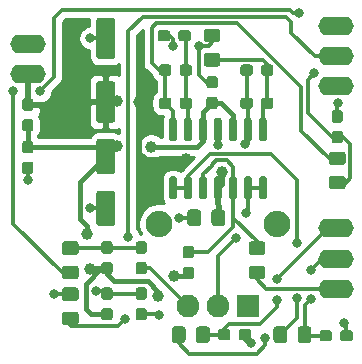
<source format=gbr>
G04 #@! TF.GenerationSoftware,KiCad,Pcbnew,(5.1.5-0-10_14)*
G04 #@! TF.CreationDate,2021-09-10T16:44:22+02:00*
G04 #@! TF.ProjectId,cleanblend,636c6561-6e62-46c6-956e-642e6b696361,rev?*
G04 #@! TF.SameCoordinates,Original*
G04 #@! TF.FileFunction,Copper,L1,Top*
G04 #@! TF.FilePolarity,Positive*
%FSLAX46Y46*%
G04 Gerber Fmt 4.6, Leading zero omitted, Abs format (unit mm)*
G04 Created by KiCad (PCBNEW (5.1.5-0-10_14)) date 2021-09-10 16:44:22*
%MOMM*%
%LPD*%
G04 APERTURE LIST*
%ADD10C,0.100000*%
%ADD11O,2.250000X2.250000*%
%ADD12O,1.930400X1.930400*%
%ADD13R,1.930400X1.930400*%
%ADD14O,3.000000X1.600000*%
%ADD15C,0.800000*%
%ADD16C,1.000000*%
%ADD17C,0.300000*%
%ADD18C,0.450000*%
%ADD19C,0.400000*%
%ADD20C,0.254000*%
G04 APERTURE END LIST*
G04 #@! TA.AperFunction,SMDPad,CuDef*
D10*
G36*
X96354703Y-84050722D02*
G01*
X96369264Y-84052882D01*
X96383543Y-84056459D01*
X96397403Y-84061418D01*
X96410710Y-84067712D01*
X96423336Y-84075280D01*
X96435159Y-84084048D01*
X96446066Y-84093934D01*
X96455952Y-84104841D01*
X96464720Y-84116664D01*
X96472288Y-84129290D01*
X96478582Y-84142597D01*
X96483541Y-84156457D01*
X96487118Y-84170736D01*
X96489278Y-84185297D01*
X96490000Y-84200000D01*
X96490000Y-85850000D01*
X96489278Y-85864703D01*
X96487118Y-85879264D01*
X96483541Y-85893543D01*
X96478582Y-85907403D01*
X96472288Y-85920710D01*
X96464720Y-85933336D01*
X96455952Y-85945159D01*
X96446066Y-85956066D01*
X96435159Y-85965952D01*
X96423336Y-85974720D01*
X96410710Y-85982288D01*
X96397403Y-85988582D01*
X96383543Y-85993541D01*
X96369264Y-85997118D01*
X96354703Y-85999278D01*
X96340000Y-86000000D01*
X96040000Y-86000000D01*
X96025297Y-85999278D01*
X96010736Y-85997118D01*
X95996457Y-85993541D01*
X95982597Y-85988582D01*
X95969290Y-85982288D01*
X95956664Y-85974720D01*
X95944841Y-85965952D01*
X95933934Y-85956066D01*
X95924048Y-85945159D01*
X95915280Y-85933336D01*
X95907712Y-85920710D01*
X95901418Y-85907403D01*
X95896459Y-85893543D01*
X95892882Y-85879264D01*
X95890722Y-85864703D01*
X95890000Y-85850000D01*
X95890000Y-84200000D01*
X95890722Y-84185297D01*
X95892882Y-84170736D01*
X95896459Y-84156457D01*
X95901418Y-84142597D01*
X95907712Y-84129290D01*
X95915280Y-84116664D01*
X95924048Y-84104841D01*
X95933934Y-84093934D01*
X95944841Y-84084048D01*
X95956664Y-84075280D01*
X95969290Y-84067712D01*
X95982597Y-84061418D01*
X95996457Y-84056459D01*
X96010736Y-84052882D01*
X96025297Y-84050722D01*
X96040000Y-84050000D01*
X96340000Y-84050000D01*
X96354703Y-84050722D01*
G37*
G04 #@! TD.AperFunction*
G04 #@! TA.AperFunction,SMDPad,CuDef*
G36*
X97624703Y-84050722D02*
G01*
X97639264Y-84052882D01*
X97653543Y-84056459D01*
X97667403Y-84061418D01*
X97680710Y-84067712D01*
X97693336Y-84075280D01*
X97705159Y-84084048D01*
X97716066Y-84093934D01*
X97725952Y-84104841D01*
X97734720Y-84116664D01*
X97742288Y-84129290D01*
X97748582Y-84142597D01*
X97753541Y-84156457D01*
X97757118Y-84170736D01*
X97759278Y-84185297D01*
X97760000Y-84200000D01*
X97760000Y-85850000D01*
X97759278Y-85864703D01*
X97757118Y-85879264D01*
X97753541Y-85893543D01*
X97748582Y-85907403D01*
X97742288Y-85920710D01*
X97734720Y-85933336D01*
X97725952Y-85945159D01*
X97716066Y-85956066D01*
X97705159Y-85965952D01*
X97693336Y-85974720D01*
X97680710Y-85982288D01*
X97667403Y-85988582D01*
X97653543Y-85993541D01*
X97639264Y-85997118D01*
X97624703Y-85999278D01*
X97610000Y-86000000D01*
X97310000Y-86000000D01*
X97295297Y-85999278D01*
X97280736Y-85997118D01*
X97266457Y-85993541D01*
X97252597Y-85988582D01*
X97239290Y-85982288D01*
X97226664Y-85974720D01*
X97214841Y-85965952D01*
X97203934Y-85956066D01*
X97194048Y-85945159D01*
X97185280Y-85933336D01*
X97177712Y-85920710D01*
X97171418Y-85907403D01*
X97166459Y-85893543D01*
X97162882Y-85879264D01*
X97160722Y-85864703D01*
X97160000Y-85850000D01*
X97160000Y-84200000D01*
X97160722Y-84185297D01*
X97162882Y-84170736D01*
X97166459Y-84156457D01*
X97171418Y-84142597D01*
X97177712Y-84129290D01*
X97185280Y-84116664D01*
X97194048Y-84104841D01*
X97203934Y-84093934D01*
X97214841Y-84084048D01*
X97226664Y-84075280D01*
X97239290Y-84067712D01*
X97252597Y-84061418D01*
X97266457Y-84056459D01*
X97280736Y-84052882D01*
X97295297Y-84050722D01*
X97310000Y-84050000D01*
X97610000Y-84050000D01*
X97624703Y-84050722D01*
G37*
G04 #@! TD.AperFunction*
G04 #@! TA.AperFunction,SMDPad,CuDef*
G36*
X98894703Y-84050722D02*
G01*
X98909264Y-84052882D01*
X98923543Y-84056459D01*
X98937403Y-84061418D01*
X98950710Y-84067712D01*
X98963336Y-84075280D01*
X98975159Y-84084048D01*
X98986066Y-84093934D01*
X98995952Y-84104841D01*
X99004720Y-84116664D01*
X99012288Y-84129290D01*
X99018582Y-84142597D01*
X99023541Y-84156457D01*
X99027118Y-84170736D01*
X99029278Y-84185297D01*
X99030000Y-84200000D01*
X99030000Y-85850000D01*
X99029278Y-85864703D01*
X99027118Y-85879264D01*
X99023541Y-85893543D01*
X99018582Y-85907403D01*
X99012288Y-85920710D01*
X99004720Y-85933336D01*
X98995952Y-85945159D01*
X98986066Y-85956066D01*
X98975159Y-85965952D01*
X98963336Y-85974720D01*
X98950710Y-85982288D01*
X98937403Y-85988582D01*
X98923543Y-85993541D01*
X98909264Y-85997118D01*
X98894703Y-85999278D01*
X98880000Y-86000000D01*
X98580000Y-86000000D01*
X98565297Y-85999278D01*
X98550736Y-85997118D01*
X98536457Y-85993541D01*
X98522597Y-85988582D01*
X98509290Y-85982288D01*
X98496664Y-85974720D01*
X98484841Y-85965952D01*
X98473934Y-85956066D01*
X98464048Y-85945159D01*
X98455280Y-85933336D01*
X98447712Y-85920710D01*
X98441418Y-85907403D01*
X98436459Y-85893543D01*
X98432882Y-85879264D01*
X98430722Y-85864703D01*
X98430000Y-85850000D01*
X98430000Y-84200000D01*
X98430722Y-84185297D01*
X98432882Y-84170736D01*
X98436459Y-84156457D01*
X98441418Y-84142597D01*
X98447712Y-84129290D01*
X98455280Y-84116664D01*
X98464048Y-84104841D01*
X98473934Y-84093934D01*
X98484841Y-84084048D01*
X98496664Y-84075280D01*
X98509290Y-84067712D01*
X98522597Y-84061418D01*
X98536457Y-84056459D01*
X98550736Y-84052882D01*
X98565297Y-84050722D01*
X98580000Y-84050000D01*
X98880000Y-84050000D01*
X98894703Y-84050722D01*
G37*
G04 #@! TD.AperFunction*
G04 #@! TA.AperFunction,SMDPad,CuDef*
G36*
X100164703Y-84050722D02*
G01*
X100179264Y-84052882D01*
X100193543Y-84056459D01*
X100207403Y-84061418D01*
X100220710Y-84067712D01*
X100233336Y-84075280D01*
X100245159Y-84084048D01*
X100256066Y-84093934D01*
X100265952Y-84104841D01*
X100274720Y-84116664D01*
X100282288Y-84129290D01*
X100288582Y-84142597D01*
X100293541Y-84156457D01*
X100297118Y-84170736D01*
X100299278Y-84185297D01*
X100300000Y-84200000D01*
X100300000Y-85850000D01*
X100299278Y-85864703D01*
X100297118Y-85879264D01*
X100293541Y-85893543D01*
X100288582Y-85907403D01*
X100282288Y-85920710D01*
X100274720Y-85933336D01*
X100265952Y-85945159D01*
X100256066Y-85956066D01*
X100245159Y-85965952D01*
X100233336Y-85974720D01*
X100220710Y-85982288D01*
X100207403Y-85988582D01*
X100193543Y-85993541D01*
X100179264Y-85997118D01*
X100164703Y-85999278D01*
X100150000Y-86000000D01*
X99850000Y-86000000D01*
X99835297Y-85999278D01*
X99820736Y-85997118D01*
X99806457Y-85993541D01*
X99792597Y-85988582D01*
X99779290Y-85982288D01*
X99766664Y-85974720D01*
X99754841Y-85965952D01*
X99743934Y-85956066D01*
X99734048Y-85945159D01*
X99725280Y-85933336D01*
X99717712Y-85920710D01*
X99711418Y-85907403D01*
X99706459Y-85893543D01*
X99702882Y-85879264D01*
X99700722Y-85864703D01*
X99700000Y-85850000D01*
X99700000Y-84200000D01*
X99700722Y-84185297D01*
X99702882Y-84170736D01*
X99706459Y-84156457D01*
X99711418Y-84142597D01*
X99717712Y-84129290D01*
X99725280Y-84116664D01*
X99734048Y-84104841D01*
X99743934Y-84093934D01*
X99754841Y-84084048D01*
X99766664Y-84075280D01*
X99779290Y-84067712D01*
X99792597Y-84061418D01*
X99806457Y-84056459D01*
X99820736Y-84052882D01*
X99835297Y-84050722D01*
X99850000Y-84050000D01*
X100150000Y-84050000D01*
X100164703Y-84050722D01*
G37*
G04 #@! TD.AperFunction*
G04 #@! TA.AperFunction,SMDPad,CuDef*
G36*
X101434703Y-84050722D02*
G01*
X101449264Y-84052882D01*
X101463543Y-84056459D01*
X101477403Y-84061418D01*
X101490710Y-84067712D01*
X101503336Y-84075280D01*
X101515159Y-84084048D01*
X101526066Y-84093934D01*
X101535952Y-84104841D01*
X101544720Y-84116664D01*
X101552288Y-84129290D01*
X101558582Y-84142597D01*
X101563541Y-84156457D01*
X101567118Y-84170736D01*
X101569278Y-84185297D01*
X101570000Y-84200000D01*
X101570000Y-85850000D01*
X101569278Y-85864703D01*
X101567118Y-85879264D01*
X101563541Y-85893543D01*
X101558582Y-85907403D01*
X101552288Y-85920710D01*
X101544720Y-85933336D01*
X101535952Y-85945159D01*
X101526066Y-85956066D01*
X101515159Y-85965952D01*
X101503336Y-85974720D01*
X101490710Y-85982288D01*
X101477403Y-85988582D01*
X101463543Y-85993541D01*
X101449264Y-85997118D01*
X101434703Y-85999278D01*
X101420000Y-86000000D01*
X101120000Y-86000000D01*
X101105297Y-85999278D01*
X101090736Y-85997118D01*
X101076457Y-85993541D01*
X101062597Y-85988582D01*
X101049290Y-85982288D01*
X101036664Y-85974720D01*
X101024841Y-85965952D01*
X101013934Y-85956066D01*
X101004048Y-85945159D01*
X100995280Y-85933336D01*
X100987712Y-85920710D01*
X100981418Y-85907403D01*
X100976459Y-85893543D01*
X100972882Y-85879264D01*
X100970722Y-85864703D01*
X100970000Y-85850000D01*
X100970000Y-84200000D01*
X100970722Y-84185297D01*
X100972882Y-84170736D01*
X100976459Y-84156457D01*
X100981418Y-84142597D01*
X100987712Y-84129290D01*
X100995280Y-84116664D01*
X101004048Y-84104841D01*
X101013934Y-84093934D01*
X101024841Y-84084048D01*
X101036664Y-84075280D01*
X101049290Y-84067712D01*
X101062597Y-84061418D01*
X101076457Y-84056459D01*
X101090736Y-84052882D01*
X101105297Y-84050722D01*
X101120000Y-84050000D01*
X101420000Y-84050000D01*
X101434703Y-84050722D01*
G37*
G04 #@! TD.AperFunction*
G04 #@! TA.AperFunction,SMDPad,CuDef*
G36*
X102704703Y-84050722D02*
G01*
X102719264Y-84052882D01*
X102733543Y-84056459D01*
X102747403Y-84061418D01*
X102760710Y-84067712D01*
X102773336Y-84075280D01*
X102785159Y-84084048D01*
X102796066Y-84093934D01*
X102805952Y-84104841D01*
X102814720Y-84116664D01*
X102822288Y-84129290D01*
X102828582Y-84142597D01*
X102833541Y-84156457D01*
X102837118Y-84170736D01*
X102839278Y-84185297D01*
X102840000Y-84200000D01*
X102840000Y-85850000D01*
X102839278Y-85864703D01*
X102837118Y-85879264D01*
X102833541Y-85893543D01*
X102828582Y-85907403D01*
X102822288Y-85920710D01*
X102814720Y-85933336D01*
X102805952Y-85945159D01*
X102796066Y-85956066D01*
X102785159Y-85965952D01*
X102773336Y-85974720D01*
X102760710Y-85982288D01*
X102747403Y-85988582D01*
X102733543Y-85993541D01*
X102719264Y-85997118D01*
X102704703Y-85999278D01*
X102690000Y-86000000D01*
X102390000Y-86000000D01*
X102375297Y-85999278D01*
X102360736Y-85997118D01*
X102346457Y-85993541D01*
X102332597Y-85988582D01*
X102319290Y-85982288D01*
X102306664Y-85974720D01*
X102294841Y-85965952D01*
X102283934Y-85956066D01*
X102274048Y-85945159D01*
X102265280Y-85933336D01*
X102257712Y-85920710D01*
X102251418Y-85907403D01*
X102246459Y-85893543D01*
X102242882Y-85879264D01*
X102240722Y-85864703D01*
X102240000Y-85850000D01*
X102240000Y-84200000D01*
X102240722Y-84185297D01*
X102242882Y-84170736D01*
X102246459Y-84156457D01*
X102251418Y-84142597D01*
X102257712Y-84129290D01*
X102265280Y-84116664D01*
X102274048Y-84104841D01*
X102283934Y-84093934D01*
X102294841Y-84084048D01*
X102306664Y-84075280D01*
X102319290Y-84067712D01*
X102332597Y-84061418D01*
X102346457Y-84056459D01*
X102360736Y-84052882D01*
X102375297Y-84050722D01*
X102390000Y-84050000D01*
X102690000Y-84050000D01*
X102704703Y-84050722D01*
G37*
G04 #@! TD.AperFunction*
G04 #@! TA.AperFunction,SMDPad,CuDef*
G36*
X103974703Y-84050722D02*
G01*
X103989264Y-84052882D01*
X104003543Y-84056459D01*
X104017403Y-84061418D01*
X104030710Y-84067712D01*
X104043336Y-84075280D01*
X104055159Y-84084048D01*
X104066066Y-84093934D01*
X104075952Y-84104841D01*
X104084720Y-84116664D01*
X104092288Y-84129290D01*
X104098582Y-84142597D01*
X104103541Y-84156457D01*
X104107118Y-84170736D01*
X104109278Y-84185297D01*
X104110000Y-84200000D01*
X104110000Y-85850000D01*
X104109278Y-85864703D01*
X104107118Y-85879264D01*
X104103541Y-85893543D01*
X104098582Y-85907403D01*
X104092288Y-85920710D01*
X104084720Y-85933336D01*
X104075952Y-85945159D01*
X104066066Y-85956066D01*
X104055159Y-85965952D01*
X104043336Y-85974720D01*
X104030710Y-85982288D01*
X104017403Y-85988582D01*
X104003543Y-85993541D01*
X103989264Y-85997118D01*
X103974703Y-85999278D01*
X103960000Y-86000000D01*
X103660000Y-86000000D01*
X103645297Y-85999278D01*
X103630736Y-85997118D01*
X103616457Y-85993541D01*
X103602597Y-85988582D01*
X103589290Y-85982288D01*
X103576664Y-85974720D01*
X103564841Y-85965952D01*
X103553934Y-85956066D01*
X103544048Y-85945159D01*
X103535280Y-85933336D01*
X103527712Y-85920710D01*
X103521418Y-85907403D01*
X103516459Y-85893543D01*
X103512882Y-85879264D01*
X103510722Y-85864703D01*
X103510000Y-85850000D01*
X103510000Y-84200000D01*
X103510722Y-84185297D01*
X103512882Y-84170736D01*
X103516459Y-84156457D01*
X103521418Y-84142597D01*
X103527712Y-84129290D01*
X103535280Y-84116664D01*
X103544048Y-84104841D01*
X103553934Y-84093934D01*
X103564841Y-84084048D01*
X103576664Y-84075280D01*
X103589290Y-84067712D01*
X103602597Y-84061418D01*
X103616457Y-84056459D01*
X103630736Y-84052882D01*
X103645297Y-84050722D01*
X103660000Y-84050000D01*
X103960000Y-84050000D01*
X103974703Y-84050722D01*
G37*
G04 #@! TD.AperFunction*
G04 #@! TA.AperFunction,SMDPad,CuDef*
G36*
X103974703Y-89000722D02*
G01*
X103989264Y-89002882D01*
X104003543Y-89006459D01*
X104017403Y-89011418D01*
X104030710Y-89017712D01*
X104043336Y-89025280D01*
X104055159Y-89034048D01*
X104066066Y-89043934D01*
X104075952Y-89054841D01*
X104084720Y-89066664D01*
X104092288Y-89079290D01*
X104098582Y-89092597D01*
X104103541Y-89106457D01*
X104107118Y-89120736D01*
X104109278Y-89135297D01*
X104110000Y-89150000D01*
X104110000Y-90800000D01*
X104109278Y-90814703D01*
X104107118Y-90829264D01*
X104103541Y-90843543D01*
X104098582Y-90857403D01*
X104092288Y-90870710D01*
X104084720Y-90883336D01*
X104075952Y-90895159D01*
X104066066Y-90906066D01*
X104055159Y-90915952D01*
X104043336Y-90924720D01*
X104030710Y-90932288D01*
X104017403Y-90938582D01*
X104003543Y-90943541D01*
X103989264Y-90947118D01*
X103974703Y-90949278D01*
X103960000Y-90950000D01*
X103660000Y-90950000D01*
X103645297Y-90949278D01*
X103630736Y-90947118D01*
X103616457Y-90943541D01*
X103602597Y-90938582D01*
X103589290Y-90932288D01*
X103576664Y-90924720D01*
X103564841Y-90915952D01*
X103553934Y-90906066D01*
X103544048Y-90895159D01*
X103535280Y-90883336D01*
X103527712Y-90870710D01*
X103521418Y-90857403D01*
X103516459Y-90843543D01*
X103512882Y-90829264D01*
X103510722Y-90814703D01*
X103510000Y-90800000D01*
X103510000Y-89150000D01*
X103510722Y-89135297D01*
X103512882Y-89120736D01*
X103516459Y-89106457D01*
X103521418Y-89092597D01*
X103527712Y-89079290D01*
X103535280Y-89066664D01*
X103544048Y-89054841D01*
X103553934Y-89043934D01*
X103564841Y-89034048D01*
X103576664Y-89025280D01*
X103589290Y-89017712D01*
X103602597Y-89011418D01*
X103616457Y-89006459D01*
X103630736Y-89002882D01*
X103645297Y-89000722D01*
X103660000Y-89000000D01*
X103960000Y-89000000D01*
X103974703Y-89000722D01*
G37*
G04 #@! TD.AperFunction*
G04 #@! TA.AperFunction,SMDPad,CuDef*
G36*
X102704703Y-89000722D02*
G01*
X102719264Y-89002882D01*
X102733543Y-89006459D01*
X102747403Y-89011418D01*
X102760710Y-89017712D01*
X102773336Y-89025280D01*
X102785159Y-89034048D01*
X102796066Y-89043934D01*
X102805952Y-89054841D01*
X102814720Y-89066664D01*
X102822288Y-89079290D01*
X102828582Y-89092597D01*
X102833541Y-89106457D01*
X102837118Y-89120736D01*
X102839278Y-89135297D01*
X102840000Y-89150000D01*
X102840000Y-90800000D01*
X102839278Y-90814703D01*
X102837118Y-90829264D01*
X102833541Y-90843543D01*
X102828582Y-90857403D01*
X102822288Y-90870710D01*
X102814720Y-90883336D01*
X102805952Y-90895159D01*
X102796066Y-90906066D01*
X102785159Y-90915952D01*
X102773336Y-90924720D01*
X102760710Y-90932288D01*
X102747403Y-90938582D01*
X102733543Y-90943541D01*
X102719264Y-90947118D01*
X102704703Y-90949278D01*
X102690000Y-90950000D01*
X102390000Y-90950000D01*
X102375297Y-90949278D01*
X102360736Y-90947118D01*
X102346457Y-90943541D01*
X102332597Y-90938582D01*
X102319290Y-90932288D01*
X102306664Y-90924720D01*
X102294841Y-90915952D01*
X102283934Y-90906066D01*
X102274048Y-90895159D01*
X102265280Y-90883336D01*
X102257712Y-90870710D01*
X102251418Y-90857403D01*
X102246459Y-90843543D01*
X102242882Y-90829264D01*
X102240722Y-90814703D01*
X102240000Y-90800000D01*
X102240000Y-89150000D01*
X102240722Y-89135297D01*
X102242882Y-89120736D01*
X102246459Y-89106457D01*
X102251418Y-89092597D01*
X102257712Y-89079290D01*
X102265280Y-89066664D01*
X102274048Y-89054841D01*
X102283934Y-89043934D01*
X102294841Y-89034048D01*
X102306664Y-89025280D01*
X102319290Y-89017712D01*
X102332597Y-89011418D01*
X102346457Y-89006459D01*
X102360736Y-89002882D01*
X102375297Y-89000722D01*
X102390000Y-89000000D01*
X102690000Y-89000000D01*
X102704703Y-89000722D01*
G37*
G04 #@! TD.AperFunction*
G04 #@! TA.AperFunction,SMDPad,CuDef*
G36*
X101434703Y-89000722D02*
G01*
X101449264Y-89002882D01*
X101463543Y-89006459D01*
X101477403Y-89011418D01*
X101490710Y-89017712D01*
X101503336Y-89025280D01*
X101515159Y-89034048D01*
X101526066Y-89043934D01*
X101535952Y-89054841D01*
X101544720Y-89066664D01*
X101552288Y-89079290D01*
X101558582Y-89092597D01*
X101563541Y-89106457D01*
X101567118Y-89120736D01*
X101569278Y-89135297D01*
X101570000Y-89150000D01*
X101570000Y-90800000D01*
X101569278Y-90814703D01*
X101567118Y-90829264D01*
X101563541Y-90843543D01*
X101558582Y-90857403D01*
X101552288Y-90870710D01*
X101544720Y-90883336D01*
X101535952Y-90895159D01*
X101526066Y-90906066D01*
X101515159Y-90915952D01*
X101503336Y-90924720D01*
X101490710Y-90932288D01*
X101477403Y-90938582D01*
X101463543Y-90943541D01*
X101449264Y-90947118D01*
X101434703Y-90949278D01*
X101420000Y-90950000D01*
X101120000Y-90950000D01*
X101105297Y-90949278D01*
X101090736Y-90947118D01*
X101076457Y-90943541D01*
X101062597Y-90938582D01*
X101049290Y-90932288D01*
X101036664Y-90924720D01*
X101024841Y-90915952D01*
X101013934Y-90906066D01*
X101004048Y-90895159D01*
X100995280Y-90883336D01*
X100987712Y-90870710D01*
X100981418Y-90857403D01*
X100976459Y-90843543D01*
X100972882Y-90829264D01*
X100970722Y-90814703D01*
X100970000Y-90800000D01*
X100970000Y-89150000D01*
X100970722Y-89135297D01*
X100972882Y-89120736D01*
X100976459Y-89106457D01*
X100981418Y-89092597D01*
X100987712Y-89079290D01*
X100995280Y-89066664D01*
X101004048Y-89054841D01*
X101013934Y-89043934D01*
X101024841Y-89034048D01*
X101036664Y-89025280D01*
X101049290Y-89017712D01*
X101062597Y-89011418D01*
X101076457Y-89006459D01*
X101090736Y-89002882D01*
X101105297Y-89000722D01*
X101120000Y-89000000D01*
X101420000Y-89000000D01*
X101434703Y-89000722D01*
G37*
G04 #@! TD.AperFunction*
G04 #@! TA.AperFunction,SMDPad,CuDef*
G36*
X100164703Y-89000722D02*
G01*
X100179264Y-89002882D01*
X100193543Y-89006459D01*
X100207403Y-89011418D01*
X100220710Y-89017712D01*
X100233336Y-89025280D01*
X100245159Y-89034048D01*
X100256066Y-89043934D01*
X100265952Y-89054841D01*
X100274720Y-89066664D01*
X100282288Y-89079290D01*
X100288582Y-89092597D01*
X100293541Y-89106457D01*
X100297118Y-89120736D01*
X100299278Y-89135297D01*
X100300000Y-89150000D01*
X100300000Y-90800000D01*
X100299278Y-90814703D01*
X100297118Y-90829264D01*
X100293541Y-90843543D01*
X100288582Y-90857403D01*
X100282288Y-90870710D01*
X100274720Y-90883336D01*
X100265952Y-90895159D01*
X100256066Y-90906066D01*
X100245159Y-90915952D01*
X100233336Y-90924720D01*
X100220710Y-90932288D01*
X100207403Y-90938582D01*
X100193543Y-90943541D01*
X100179264Y-90947118D01*
X100164703Y-90949278D01*
X100150000Y-90950000D01*
X99850000Y-90950000D01*
X99835297Y-90949278D01*
X99820736Y-90947118D01*
X99806457Y-90943541D01*
X99792597Y-90938582D01*
X99779290Y-90932288D01*
X99766664Y-90924720D01*
X99754841Y-90915952D01*
X99743934Y-90906066D01*
X99734048Y-90895159D01*
X99725280Y-90883336D01*
X99717712Y-90870710D01*
X99711418Y-90857403D01*
X99706459Y-90843543D01*
X99702882Y-90829264D01*
X99700722Y-90814703D01*
X99700000Y-90800000D01*
X99700000Y-89150000D01*
X99700722Y-89135297D01*
X99702882Y-89120736D01*
X99706459Y-89106457D01*
X99711418Y-89092597D01*
X99717712Y-89079290D01*
X99725280Y-89066664D01*
X99734048Y-89054841D01*
X99743934Y-89043934D01*
X99754841Y-89034048D01*
X99766664Y-89025280D01*
X99779290Y-89017712D01*
X99792597Y-89011418D01*
X99806457Y-89006459D01*
X99820736Y-89002882D01*
X99835297Y-89000722D01*
X99850000Y-89000000D01*
X100150000Y-89000000D01*
X100164703Y-89000722D01*
G37*
G04 #@! TD.AperFunction*
G04 #@! TA.AperFunction,SMDPad,CuDef*
G36*
X98894703Y-89000722D02*
G01*
X98909264Y-89002882D01*
X98923543Y-89006459D01*
X98937403Y-89011418D01*
X98950710Y-89017712D01*
X98963336Y-89025280D01*
X98975159Y-89034048D01*
X98986066Y-89043934D01*
X98995952Y-89054841D01*
X99004720Y-89066664D01*
X99012288Y-89079290D01*
X99018582Y-89092597D01*
X99023541Y-89106457D01*
X99027118Y-89120736D01*
X99029278Y-89135297D01*
X99030000Y-89150000D01*
X99030000Y-90800000D01*
X99029278Y-90814703D01*
X99027118Y-90829264D01*
X99023541Y-90843543D01*
X99018582Y-90857403D01*
X99012288Y-90870710D01*
X99004720Y-90883336D01*
X98995952Y-90895159D01*
X98986066Y-90906066D01*
X98975159Y-90915952D01*
X98963336Y-90924720D01*
X98950710Y-90932288D01*
X98937403Y-90938582D01*
X98923543Y-90943541D01*
X98909264Y-90947118D01*
X98894703Y-90949278D01*
X98880000Y-90950000D01*
X98580000Y-90950000D01*
X98565297Y-90949278D01*
X98550736Y-90947118D01*
X98536457Y-90943541D01*
X98522597Y-90938582D01*
X98509290Y-90932288D01*
X98496664Y-90924720D01*
X98484841Y-90915952D01*
X98473934Y-90906066D01*
X98464048Y-90895159D01*
X98455280Y-90883336D01*
X98447712Y-90870710D01*
X98441418Y-90857403D01*
X98436459Y-90843543D01*
X98432882Y-90829264D01*
X98430722Y-90814703D01*
X98430000Y-90800000D01*
X98430000Y-89150000D01*
X98430722Y-89135297D01*
X98432882Y-89120736D01*
X98436459Y-89106457D01*
X98441418Y-89092597D01*
X98447712Y-89079290D01*
X98455280Y-89066664D01*
X98464048Y-89054841D01*
X98473934Y-89043934D01*
X98484841Y-89034048D01*
X98496664Y-89025280D01*
X98509290Y-89017712D01*
X98522597Y-89011418D01*
X98536457Y-89006459D01*
X98550736Y-89002882D01*
X98565297Y-89000722D01*
X98580000Y-89000000D01*
X98880000Y-89000000D01*
X98894703Y-89000722D01*
G37*
G04 #@! TD.AperFunction*
G04 #@! TA.AperFunction,SMDPad,CuDef*
G36*
X97624703Y-89000722D02*
G01*
X97639264Y-89002882D01*
X97653543Y-89006459D01*
X97667403Y-89011418D01*
X97680710Y-89017712D01*
X97693336Y-89025280D01*
X97705159Y-89034048D01*
X97716066Y-89043934D01*
X97725952Y-89054841D01*
X97734720Y-89066664D01*
X97742288Y-89079290D01*
X97748582Y-89092597D01*
X97753541Y-89106457D01*
X97757118Y-89120736D01*
X97759278Y-89135297D01*
X97760000Y-89150000D01*
X97760000Y-90800000D01*
X97759278Y-90814703D01*
X97757118Y-90829264D01*
X97753541Y-90843543D01*
X97748582Y-90857403D01*
X97742288Y-90870710D01*
X97734720Y-90883336D01*
X97725952Y-90895159D01*
X97716066Y-90906066D01*
X97705159Y-90915952D01*
X97693336Y-90924720D01*
X97680710Y-90932288D01*
X97667403Y-90938582D01*
X97653543Y-90943541D01*
X97639264Y-90947118D01*
X97624703Y-90949278D01*
X97610000Y-90950000D01*
X97310000Y-90950000D01*
X97295297Y-90949278D01*
X97280736Y-90947118D01*
X97266457Y-90943541D01*
X97252597Y-90938582D01*
X97239290Y-90932288D01*
X97226664Y-90924720D01*
X97214841Y-90915952D01*
X97203934Y-90906066D01*
X97194048Y-90895159D01*
X97185280Y-90883336D01*
X97177712Y-90870710D01*
X97171418Y-90857403D01*
X97166459Y-90843543D01*
X97162882Y-90829264D01*
X97160722Y-90814703D01*
X97160000Y-90800000D01*
X97160000Y-89150000D01*
X97160722Y-89135297D01*
X97162882Y-89120736D01*
X97166459Y-89106457D01*
X97171418Y-89092597D01*
X97177712Y-89079290D01*
X97185280Y-89066664D01*
X97194048Y-89054841D01*
X97203934Y-89043934D01*
X97214841Y-89034048D01*
X97226664Y-89025280D01*
X97239290Y-89017712D01*
X97252597Y-89011418D01*
X97266457Y-89006459D01*
X97280736Y-89002882D01*
X97295297Y-89000722D01*
X97310000Y-89000000D01*
X97610000Y-89000000D01*
X97624703Y-89000722D01*
G37*
G04 #@! TD.AperFunction*
G04 #@! TA.AperFunction,SMDPad,CuDef*
G36*
X96354703Y-89000722D02*
G01*
X96369264Y-89002882D01*
X96383543Y-89006459D01*
X96397403Y-89011418D01*
X96410710Y-89017712D01*
X96423336Y-89025280D01*
X96435159Y-89034048D01*
X96446066Y-89043934D01*
X96455952Y-89054841D01*
X96464720Y-89066664D01*
X96472288Y-89079290D01*
X96478582Y-89092597D01*
X96483541Y-89106457D01*
X96487118Y-89120736D01*
X96489278Y-89135297D01*
X96490000Y-89150000D01*
X96490000Y-90800000D01*
X96489278Y-90814703D01*
X96487118Y-90829264D01*
X96483541Y-90843543D01*
X96478582Y-90857403D01*
X96472288Y-90870710D01*
X96464720Y-90883336D01*
X96455952Y-90895159D01*
X96446066Y-90906066D01*
X96435159Y-90915952D01*
X96423336Y-90924720D01*
X96410710Y-90932288D01*
X96397403Y-90938582D01*
X96383543Y-90943541D01*
X96369264Y-90947118D01*
X96354703Y-90949278D01*
X96340000Y-90950000D01*
X96040000Y-90950000D01*
X96025297Y-90949278D01*
X96010736Y-90947118D01*
X95996457Y-90943541D01*
X95982597Y-90938582D01*
X95969290Y-90932288D01*
X95956664Y-90924720D01*
X95944841Y-90915952D01*
X95933934Y-90906066D01*
X95924048Y-90895159D01*
X95915280Y-90883336D01*
X95907712Y-90870710D01*
X95901418Y-90857403D01*
X95896459Y-90843543D01*
X95892882Y-90829264D01*
X95890722Y-90814703D01*
X95890000Y-90800000D01*
X95890000Y-89150000D01*
X95890722Y-89135297D01*
X95892882Y-89120736D01*
X95896459Y-89106457D01*
X95901418Y-89092597D01*
X95907712Y-89079290D01*
X95915280Y-89066664D01*
X95924048Y-89054841D01*
X95933934Y-89043934D01*
X95944841Y-89034048D01*
X95956664Y-89025280D01*
X95969290Y-89017712D01*
X95982597Y-89011418D01*
X95996457Y-89006459D01*
X96010736Y-89002882D01*
X96025297Y-89000722D01*
X96040000Y-89000000D01*
X96340000Y-89000000D01*
X96354703Y-89000722D01*
G37*
G04 #@! TD.AperFunction*
D11*
X105000000Y-93000000D03*
X95000000Y-93000000D03*
D12*
X97460000Y-100000000D03*
X100000000Y-100000000D03*
D13*
X102540000Y-100000000D03*
G04 #@! TA.AperFunction,SMDPad,CuDef*
D10*
G36*
X84160779Y-87751144D02*
G01*
X84183834Y-87754563D01*
X84206443Y-87760227D01*
X84228387Y-87768079D01*
X84249457Y-87778044D01*
X84269448Y-87790026D01*
X84288168Y-87803910D01*
X84305438Y-87819562D01*
X84321090Y-87836832D01*
X84334974Y-87855552D01*
X84346956Y-87875543D01*
X84356921Y-87896613D01*
X84364773Y-87918557D01*
X84370437Y-87941166D01*
X84373856Y-87964221D01*
X84375000Y-87987500D01*
X84375000Y-88562500D01*
X84373856Y-88585779D01*
X84370437Y-88608834D01*
X84364773Y-88631443D01*
X84356921Y-88653387D01*
X84346956Y-88674457D01*
X84334974Y-88694448D01*
X84321090Y-88713168D01*
X84305438Y-88730438D01*
X84288168Y-88746090D01*
X84269448Y-88759974D01*
X84249457Y-88771956D01*
X84228387Y-88781921D01*
X84206443Y-88789773D01*
X84183834Y-88795437D01*
X84160779Y-88798856D01*
X84137500Y-88800000D01*
X83662500Y-88800000D01*
X83639221Y-88798856D01*
X83616166Y-88795437D01*
X83593557Y-88789773D01*
X83571613Y-88781921D01*
X83550543Y-88771956D01*
X83530552Y-88759974D01*
X83511832Y-88746090D01*
X83494562Y-88730438D01*
X83478910Y-88713168D01*
X83465026Y-88694448D01*
X83453044Y-88674457D01*
X83443079Y-88653387D01*
X83435227Y-88631443D01*
X83429563Y-88608834D01*
X83426144Y-88585779D01*
X83425000Y-88562500D01*
X83425000Y-87987500D01*
X83426144Y-87964221D01*
X83429563Y-87941166D01*
X83435227Y-87918557D01*
X83443079Y-87896613D01*
X83453044Y-87875543D01*
X83465026Y-87855552D01*
X83478910Y-87836832D01*
X83494562Y-87819562D01*
X83511832Y-87803910D01*
X83530552Y-87790026D01*
X83550543Y-87778044D01*
X83571613Y-87768079D01*
X83593557Y-87760227D01*
X83616166Y-87754563D01*
X83639221Y-87751144D01*
X83662500Y-87750000D01*
X84137500Y-87750000D01*
X84160779Y-87751144D01*
G37*
G04 #@! TD.AperFunction*
G04 #@! TA.AperFunction,SMDPad,CuDef*
G36*
X84160779Y-86001144D02*
G01*
X84183834Y-86004563D01*
X84206443Y-86010227D01*
X84228387Y-86018079D01*
X84249457Y-86028044D01*
X84269448Y-86040026D01*
X84288168Y-86053910D01*
X84305438Y-86069562D01*
X84321090Y-86086832D01*
X84334974Y-86105552D01*
X84346956Y-86125543D01*
X84356921Y-86146613D01*
X84364773Y-86168557D01*
X84370437Y-86191166D01*
X84373856Y-86214221D01*
X84375000Y-86237500D01*
X84375000Y-86812500D01*
X84373856Y-86835779D01*
X84370437Y-86858834D01*
X84364773Y-86881443D01*
X84356921Y-86903387D01*
X84346956Y-86924457D01*
X84334974Y-86944448D01*
X84321090Y-86963168D01*
X84305438Y-86980438D01*
X84288168Y-86996090D01*
X84269448Y-87009974D01*
X84249457Y-87021956D01*
X84228387Y-87031921D01*
X84206443Y-87039773D01*
X84183834Y-87045437D01*
X84160779Y-87048856D01*
X84137500Y-87050000D01*
X83662500Y-87050000D01*
X83639221Y-87048856D01*
X83616166Y-87045437D01*
X83593557Y-87039773D01*
X83571613Y-87031921D01*
X83550543Y-87021956D01*
X83530552Y-87009974D01*
X83511832Y-86996090D01*
X83494562Y-86980438D01*
X83478910Y-86963168D01*
X83465026Y-86944448D01*
X83453044Y-86924457D01*
X83443079Y-86903387D01*
X83435227Y-86881443D01*
X83429563Y-86858834D01*
X83426144Y-86835779D01*
X83425000Y-86812500D01*
X83425000Y-86237500D01*
X83426144Y-86214221D01*
X83429563Y-86191166D01*
X83435227Y-86168557D01*
X83443079Y-86146613D01*
X83453044Y-86125543D01*
X83465026Y-86105552D01*
X83478910Y-86086832D01*
X83494562Y-86069562D01*
X83511832Y-86053910D01*
X83530552Y-86040026D01*
X83550543Y-86028044D01*
X83571613Y-86018079D01*
X83593557Y-86010227D01*
X83616166Y-86004563D01*
X83639221Y-86001144D01*
X83662500Y-86000000D01*
X84137500Y-86000000D01*
X84160779Y-86001144D01*
G37*
G04 #@! TD.AperFunction*
G04 #@! TA.AperFunction,SMDPad,CuDef*
G36*
X84160779Y-84151144D02*
G01*
X84183834Y-84154563D01*
X84206443Y-84160227D01*
X84228387Y-84168079D01*
X84249457Y-84178044D01*
X84269448Y-84190026D01*
X84288168Y-84203910D01*
X84305438Y-84219562D01*
X84321090Y-84236832D01*
X84334974Y-84255552D01*
X84346956Y-84275543D01*
X84356921Y-84296613D01*
X84364773Y-84318557D01*
X84370437Y-84341166D01*
X84373856Y-84364221D01*
X84375000Y-84387500D01*
X84375000Y-84962500D01*
X84373856Y-84985779D01*
X84370437Y-85008834D01*
X84364773Y-85031443D01*
X84356921Y-85053387D01*
X84346956Y-85074457D01*
X84334974Y-85094448D01*
X84321090Y-85113168D01*
X84305438Y-85130438D01*
X84288168Y-85146090D01*
X84269448Y-85159974D01*
X84249457Y-85171956D01*
X84228387Y-85181921D01*
X84206443Y-85189773D01*
X84183834Y-85195437D01*
X84160779Y-85198856D01*
X84137500Y-85200000D01*
X83662500Y-85200000D01*
X83639221Y-85198856D01*
X83616166Y-85195437D01*
X83593557Y-85189773D01*
X83571613Y-85181921D01*
X83550543Y-85171956D01*
X83530552Y-85159974D01*
X83511832Y-85146090D01*
X83494562Y-85130438D01*
X83478910Y-85113168D01*
X83465026Y-85094448D01*
X83453044Y-85074457D01*
X83443079Y-85053387D01*
X83435227Y-85031443D01*
X83429563Y-85008834D01*
X83426144Y-84985779D01*
X83425000Y-84962500D01*
X83425000Y-84387500D01*
X83426144Y-84364221D01*
X83429563Y-84341166D01*
X83435227Y-84318557D01*
X83443079Y-84296613D01*
X83453044Y-84275543D01*
X83465026Y-84255552D01*
X83478910Y-84236832D01*
X83494562Y-84219562D01*
X83511832Y-84203910D01*
X83530552Y-84190026D01*
X83550543Y-84178044D01*
X83571613Y-84168079D01*
X83593557Y-84160227D01*
X83616166Y-84154563D01*
X83639221Y-84151144D01*
X83662500Y-84150000D01*
X84137500Y-84150000D01*
X84160779Y-84151144D01*
G37*
G04 #@! TD.AperFunction*
G04 #@! TA.AperFunction,SMDPad,CuDef*
G36*
X84160779Y-82401144D02*
G01*
X84183834Y-82404563D01*
X84206443Y-82410227D01*
X84228387Y-82418079D01*
X84249457Y-82428044D01*
X84269448Y-82440026D01*
X84288168Y-82453910D01*
X84305438Y-82469562D01*
X84321090Y-82486832D01*
X84334974Y-82505552D01*
X84346956Y-82525543D01*
X84356921Y-82546613D01*
X84364773Y-82568557D01*
X84370437Y-82591166D01*
X84373856Y-82614221D01*
X84375000Y-82637500D01*
X84375000Y-83212500D01*
X84373856Y-83235779D01*
X84370437Y-83258834D01*
X84364773Y-83281443D01*
X84356921Y-83303387D01*
X84346956Y-83324457D01*
X84334974Y-83344448D01*
X84321090Y-83363168D01*
X84305438Y-83380438D01*
X84288168Y-83396090D01*
X84269448Y-83409974D01*
X84249457Y-83421956D01*
X84228387Y-83431921D01*
X84206443Y-83439773D01*
X84183834Y-83445437D01*
X84160779Y-83448856D01*
X84137500Y-83450000D01*
X83662500Y-83450000D01*
X83639221Y-83448856D01*
X83616166Y-83445437D01*
X83593557Y-83439773D01*
X83571613Y-83431921D01*
X83550543Y-83421956D01*
X83530552Y-83409974D01*
X83511832Y-83396090D01*
X83494562Y-83380438D01*
X83478910Y-83363168D01*
X83465026Y-83344448D01*
X83453044Y-83324457D01*
X83443079Y-83303387D01*
X83435227Y-83281443D01*
X83429563Y-83258834D01*
X83426144Y-83235779D01*
X83425000Y-83212500D01*
X83425000Y-82637500D01*
X83426144Y-82614221D01*
X83429563Y-82591166D01*
X83435227Y-82568557D01*
X83443079Y-82546613D01*
X83453044Y-82525543D01*
X83465026Y-82505552D01*
X83478910Y-82486832D01*
X83494562Y-82469562D01*
X83511832Y-82453910D01*
X83530552Y-82440026D01*
X83550543Y-82428044D01*
X83571613Y-82418079D01*
X83593557Y-82410227D01*
X83616166Y-82404563D01*
X83639221Y-82401144D01*
X83662500Y-82400000D01*
X84137500Y-82400000D01*
X84160779Y-82401144D01*
G37*
G04 #@! TD.AperFunction*
G04 #@! TA.AperFunction,SMDPad,CuDef*
G36*
X110360779Y-83401144D02*
G01*
X110383834Y-83404563D01*
X110406443Y-83410227D01*
X110428387Y-83418079D01*
X110449457Y-83428044D01*
X110469448Y-83440026D01*
X110488168Y-83453910D01*
X110505438Y-83469562D01*
X110521090Y-83486832D01*
X110534974Y-83505552D01*
X110546956Y-83525543D01*
X110556921Y-83546613D01*
X110564773Y-83568557D01*
X110570437Y-83591166D01*
X110573856Y-83614221D01*
X110575000Y-83637500D01*
X110575000Y-84212500D01*
X110573856Y-84235779D01*
X110570437Y-84258834D01*
X110564773Y-84281443D01*
X110556921Y-84303387D01*
X110546956Y-84324457D01*
X110534974Y-84344448D01*
X110521090Y-84363168D01*
X110505438Y-84380438D01*
X110488168Y-84396090D01*
X110469448Y-84409974D01*
X110449457Y-84421956D01*
X110428387Y-84431921D01*
X110406443Y-84439773D01*
X110383834Y-84445437D01*
X110360779Y-84448856D01*
X110337500Y-84450000D01*
X109862500Y-84450000D01*
X109839221Y-84448856D01*
X109816166Y-84445437D01*
X109793557Y-84439773D01*
X109771613Y-84431921D01*
X109750543Y-84421956D01*
X109730552Y-84409974D01*
X109711832Y-84396090D01*
X109694562Y-84380438D01*
X109678910Y-84363168D01*
X109665026Y-84344448D01*
X109653044Y-84324457D01*
X109643079Y-84303387D01*
X109635227Y-84281443D01*
X109629563Y-84258834D01*
X109626144Y-84235779D01*
X109625000Y-84212500D01*
X109625000Y-83637500D01*
X109626144Y-83614221D01*
X109629563Y-83591166D01*
X109635227Y-83568557D01*
X109643079Y-83546613D01*
X109653044Y-83525543D01*
X109665026Y-83505552D01*
X109678910Y-83486832D01*
X109694562Y-83469562D01*
X109711832Y-83453910D01*
X109730552Y-83440026D01*
X109750543Y-83428044D01*
X109771613Y-83418079D01*
X109793557Y-83410227D01*
X109816166Y-83404563D01*
X109839221Y-83401144D01*
X109862500Y-83400000D01*
X110337500Y-83400000D01*
X110360779Y-83401144D01*
G37*
G04 #@! TD.AperFunction*
G04 #@! TA.AperFunction,SMDPad,CuDef*
G36*
X110360779Y-85151144D02*
G01*
X110383834Y-85154563D01*
X110406443Y-85160227D01*
X110428387Y-85168079D01*
X110449457Y-85178044D01*
X110469448Y-85190026D01*
X110488168Y-85203910D01*
X110505438Y-85219562D01*
X110521090Y-85236832D01*
X110534974Y-85255552D01*
X110546956Y-85275543D01*
X110556921Y-85296613D01*
X110564773Y-85318557D01*
X110570437Y-85341166D01*
X110573856Y-85364221D01*
X110575000Y-85387500D01*
X110575000Y-85962500D01*
X110573856Y-85985779D01*
X110570437Y-86008834D01*
X110564773Y-86031443D01*
X110556921Y-86053387D01*
X110546956Y-86074457D01*
X110534974Y-86094448D01*
X110521090Y-86113168D01*
X110505438Y-86130438D01*
X110488168Y-86146090D01*
X110469448Y-86159974D01*
X110449457Y-86171956D01*
X110428387Y-86181921D01*
X110406443Y-86189773D01*
X110383834Y-86195437D01*
X110360779Y-86198856D01*
X110337500Y-86200000D01*
X109862500Y-86200000D01*
X109839221Y-86198856D01*
X109816166Y-86195437D01*
X109793557Y-86189773D01*
X109771613Y-86181921D01*
X109750543Y-86171956D01*
X109730552Y-86159974D01*
X109711832Y-86146090D01*
X109694562Y-86130438D01*
X109678910Y-86113168D01*
X109665026Y-86094448D01*
X109653044Y-86074457D01*
X109643079Y-86053387D01*
X109635227Y-86031443D01*
X109629563Y-86008834D01*
X109626144Y-85985779D01*
X109625000Y-85962500D01*
X109625000Y-85387500D01*
X109626144Y-85364221D01*
X109629563Y-85341166D01*
X109635227Y-85318557D01*
X109643079Y-85296613D01*
X109653044Y-85275543D01*
X109665026Y-85255552D01*
X109678910Y-85236832D01*
X109694562Y-85219562D01*
X109711832Y-85203910D01*
X109730552Y-85190026D01*
X109750543Y-85178044D01*
X109771613Y-85168079D01*
X109793557Y-85160227D01*
X109816166Y-85154563D01*
X109839221Y-85151144D01*
X109862500Y-85150000D01*
X110337500Y-85150000D01*
X110360779Y-85151144D01*
G37*
G04 #@! TD.AperFunction*
G04 #@! TA.AperFunction,SMDPad,CuDef*
G36*
X95835779Y-82326144D02*
G01*
X95858834Y-82329563D01*
X95881443Y-82335227D01*
X95903387Y-82343079D01*
X95924457Y-82353044D01*
X95944448Y-82365026D01*
X95963168Y-82378910D01*
X95980438Y-82394562D01*
X95996090Y-82411832D01*
X96009974Y-82430552D01*
X96021956Y-82450543D01*
X96031921Y-82471613D01*
X96039773Y-82493557D01*
X96045437Y-82516166D01*
X96048856Y-82539221D01*
X96050000Y-82562500D01*
X96050000Y-83037500D01*
X96048856Y-83060779D01*
X96045437Y-83083834D01*
X96039773Y-83106443D01*
X96031921Y-83128387D01*
X96021956Y-83149457D01*
X96009974Y-83169448D01*
X95996090Y-83188168D01*
X95980438Y-83205438D01*
X95963168Y-83221090D01*
X95944448Y-83234974D01*
X95924457Y-83246956D01*
X95903387Y-83256921D01*
X95881443Y-83264773D01*
X95858834Y-83270437D01*
X95835779Y-83273856D01*
X95812500Y-83275000D01*
X95237500Y-83275000D01*
X95214221Y-83273856D01*
X95191166Y-83270437D01*
X95168557Y-83264773D01*
X95146613Y-83256921D01*
X95125543Y-83246956D01*
X95105552Y-83234974D01*
X95086832Y-83221090D01*
X95069562Y-83205438D01*
X95053910Y-83188168D01*
X95040026Y-83169448D01*
X95028044Y-83149457D01*
X95018079Y-83128387D01*
X95010227Y-83106443D01*
X95004563Y-83083834D01*
X95001144Y-83060779D01*
X95000000Y-83037500D01*
X95000000Y-82562500D01*
X95001144Y-82539221D01*
X95004563Y-82516166D01*
X95010227Y-82493557D01*
X95018079Y-82471613D01*
X95028044Y-82450543D01*
X95040026Y-82430552D01*
X95053910Y-82411832D01*
X95069562Y-82394562D01*
X95086832Y-82378910D01*
X95105552Y-82365026D01*
X95125543Y-82353044D01*
X95146613Y-82343079D01*
X95168557Y-82335227D01*
X95191166Y-82329563D01*
X95214221Y-82326144D01*
X95237500Y-82325000D01*
X95812500Y-82325000D01*
X95835779Y-82326144D01*
G37*
G04 #@! TD.AperFunction*
G04 #@! TA.AperFunction,SMDPad,CuDef*
G36*
X97585779Y-82326144D02*
G01*
X97608834Y-82329563D01*
X97631443Y-82335227D01*
X97653387Y-82343079D01*
X97674457Y-82353044D01*
X97694448Y-82365026D01*
X97713168Y-82378910D01*
X97730438Y-82394562D01*
X97746090Y-82411832D01*
X97759974Y-82430552D01*
X97771956Y-82450543D01*
X97781921Y-82471613D01*
X97789773Y-82493557D01*
X97795437Y-82516166D01*
X97798856Y-82539221D01*
X97800000Y-82562500D01*
X97800000Y-83037500D01*
X97798856Y-83060779D01*
X97795437Y-83083834D01*
X97789773Y-83106443D01*
X97781921Y-83128387D01*
X97771956Y-83149457D01*
X97759974Y-83169448D01*
X97746090Y-83188168D01*
X97730438Y-83205438D01*
X97713168Y-83221090D01*
X97694448Y-83234974D01*
X97674457Y-83246956D01*
X97653387Y-83256921D01*
X97631443Y-83264773D01*
X97608834Y-83270437D01*
X97585779Y-83273856D01*
X97562500Y-83275000D01*
X96987500Y-83275000D01*
X96964221Y-83273856D01*
X96941166Y-83270437D01*
X96918557Y-83264773D01*
X96896613Y-83256921D01*
X96875543Y-83246956D01*
X96855552Y-83234974D01*
X96836832Y-83221090D01*
X96819562Y-83205438D01*
X96803910Y-83188168D01*
X96790026Y-83169448D01*
X96778044Y-83149457D01*
X96768079Y-83128387D01*
X96760227Y-83106443D01*
X96754563Y-83083834D01*
X96751144Y-83060779D01*
X96750000Y-83037500D01*
X96750000Y-82562500D01*
X96751144Y-82539221D01*
X96754563Y-82516166D01*
X96760227Y-82493557D01*
X96768079Y-82471613D01*
X96778044Y-82450543D01*
X96790026Y-82430552D01*
X96803910Y-82411832D01*
X96819562Y-82394562D01*
X96836832Y-82378910D01*
X96855552Y-82365026D01*
X96875543Y-82353044D01*
X96896613Y-82343079D01*
X96918557Y-82335227D01*
X96941166Y-82329563D01*
X96964221Y-82326144D01*
X96987500Y-82325000D01*
X97562500Y-82325000D01*
X97585779Y-82326144D01*
G37*
G04 #@! TD.AperFunction*
G04 #@! TA.AperFunction,SMDPad,CuDef*
G36*
X97485779Y-76626144D02*
G01*
X97508834Y-76629563D01*
X97531443Y-76635227D01*
X97553387Y-76643079D01*
X97574457Y-76653044D01*
X97594448Y-76665026D01*
X97613168Y-76678910D01*
X97630438Y-76694562D01*
X97646090Y-76711832D01*
X97659974Y-76730552D01*
X97671956Y-76750543D01*
X97681921Y-76771613D01*
X97689773Y-76793557D01*
X97695437Y-76816166D01*
X97698856Y-76839221D01*
X97700000Y-76862500D01*
X97700000Y-77337500D01*
X97698856Y-77360779D01*
X97695437Y-77383834D01*
X97689773Y-77406443D01*
X97681921Y-77428387D01*
X97671956Y-77449457D01*
X97659974Y-77469448D01*
X97646090Y-77488168D01*
X97630438Y-77505438D01*
X97613168Y-77521090D01*
X97594448Y-77534974D01*
X97574457Y-77546956D01*
X97553387Y-77556921D01*
X97531443Y-77564773D01*
X97508834Y-77570437D01*
X97485779Y-77573856D01*
X97462500Y-77575000D01*
X96887500Y-77575000D01*
X96864221Y-77573856D01*
X96841166Y-77570437D01*
X96818557Y-77564773D01*
X96796613Y-77556921D01*
X96775543Y-77546956D01*
X96755552Y-77534974D01*
X96736832Y-77521090D01*
X96719562Y-77505438D01*
X96703910Y-77488168D01*
X96690026Y-77469448D01*
X96678044Y-77449457D01*
X96668079Y-77428387D01*
X96660227Y-77406443D01*
X96654563Y-77383834D01*
X96651144Y-77360779D01*
X96650000Y-77337500D01*
X96650000Y-76862500D01*
X96651144Y-76839221D01*
X96654563Y-76816166D01*
X96660227Y-76793557D01*
X96668079Y-76771613D01*
X96678044Y-76750543D01*
X96690026Y-76730552D01*
X96703910Y-76711832D01*
X96719562Y-76694562D01*
X96736832Y-76678910D01*
X96755552Y-76665026D01*
X96775543Y-76653044D01*
X96796613Y-76643079D01*
X96818557Y-76635227D01*
X96841166Y-76629563D01*
X96864221Y-76626144D01*
X96887500Y-76625000D01*
X97462500Y-76625000D01*
X97485779Y-76626144D01*
G37*
G04 #@! TD.AperFunction*
G04 #@! TA.AperFunction,SMDPad,CuDef*
G36*
X95735779Y-76626144D02*
G01*
X95758834Y-76629563D01*
X95781443Y-76635227D01*
X95803387Y-76643079D01*
X95824457Y-76653044D01*
X95844448Y-76665026D01*
X95863168Y-76678910D01*
X95880438Y-76694562D01*
X95896090Y-76711832D01*
X95909974Y-76730552D01*
X95921956Y-76750543D01*
X95931921Y-76771613D01*
X95939773Y-76793557D01*
X95945437Y-76816166D01*
X95948856Y-76839221D01*
X95950000Y-76862500D01*
X95950000Y-77337500D01*
X95948856Y-77360779D01*
X95945437Y-77383834D01*
X95939773Y-77406443D01*
X95931921Y-77428387D01*
X95921956Y-77449457D01*
X95909974Y-77469448D01*
X95896090Y-77488168D01*
X95880438Y-77505438D01*
X95863168Y-77521090D01*
X95844448Y-77534974D01*
X95824457Y-77546956D01*
X95803387Y-77556921D01*
X95781443Y-77564773D01*
X95758834Y-77570437D01*
X95735779Y-77573856D01*
X95712500Y-77575000D01*
X95137500Y-77575000D01*
X95114221Y-77573856D01*
X95091166Y-77570437D01*
X95068557Y-77564773D01*
X95046613Y-77556921D01*
X95025543Y-77546956D01*
X95005552Y-77534974D01*
X94986832Y-77521090D01*
X94969562Y-77505438D01*
X94953910Y-77488168D01*
X94940026Y-77469448D01*
X94928044Y-77449457D01*
X94918079Y-77428387D01*
X94910227Y-77406443D01*
X94904563Y-77383834D01*
X94901144Y-77360779D01*
X94900000Y-77337500D01*
X94900000Y-76862500D01*
X94901144Y-76839221D01*
X94904563Y-76816166D01*
X94910227Y-76793557D01*
X94918079Y-76771613D01*
X94928044Y-76750543D01*
X94940026Y-76730552D01*
X94953910Y-76711832D01*
X94969562Y-76694562D01*
X94986832Y-76678910D01*
X95005552Y-76665026D01*
X95025543Y-76653044D01*
X95046613Y-76643079D01*
X95068557Y-76635227D01*
X95091166Y-76629563D01*
X95114221Y-76626144D01*
X95137500Y-76625000D01*
X95712500Y-76625000D01*
X95735779Y-76626144D01*
G37*
G04 #@! TD.AperFunction*
G04 #@! TA.AperFunction,SMDPad,CuDef*
G36*
X99760779Y-82251144D02*
G01*
X99783834Y-82254563D01*
X99806443Y-82260227D01*
X99828387Y-82268079D01*
X99849457Y-82278044D01*
X99869448Y-82290026D01*
X99888168Y-82303910D01*
X99905438Y-82319562D01*
X99921090Y-82336832D01*
X99934974Y-82355552D01*
X99946956Y-82375543D01*
X99956921Y-82396613D01*
X99964773Y-82418557D01*
X99970437Y-82441166D01*
X99973856Y-82464221D01*
X99975000Y-82487500D01*
X99975000Y-83062500D01*
X99973856Y-83085779D01*
X99970437Y-83108834D01*
X99964773Y-83131443D01*
X99956921Y-83153387D01*
X99946956Y-83174457D01*
X99934974Y-83194448D01*
X99921090Y-83213168D01*
X99905438Y-83230438D01*
X99888168Y-83246090D01*
X99869448Y-83259974D01*
X99849457Y-83271956D01*
X99828387Y-83281921D01*
X99806443Y-83289773D01*
X99783834Y-83295437D01*
X99760779Y-83298856D01*
X99737500Y-83300000D01*
X99262500Y-83300000D01*
X99239221Y-83298856D01*
X99216166Y-83295437D01*
X99193557Y-83289773D01*
X99171613Y-83281921D01*
X99150543Y-83271956D01*
X99130552Y-83259974D01*
X99111832Y-83246090D01*
X99094562Y-83230438D01*
X99078910Y-83213168D01*
X99065026Y-83194448D01*
X99053044Y-83174457D01*
X99043079Y-83153387D01*
X99035227Y-83131443D01*
X99029563Y-83108834D01*
X99026144Y-83085779D01*
X99025000Y-83062500D01*
X99025000Y-82487500D01*
X99026144Y-82464221D01*
X99029563Y-82441166D01*
X99035227Y-82418557D01*
X99043079Y-82396613D01*
X99053044Y-82375543D01*
X99065026Y-82355552D01*
X99078910Y-82336832D01*
X99094562Y-82319562D01*
X99111832Y-82303910D01*
X99130552Y-82290026D01*
X99150543Y-82278044D01*
X99171613Y-82268079D01*
X99193557Y-82260227D01*
X99216166Y-82254563D01*
X99239221Y-82251144D01*
X99262500Y-82250000D01*
X99737500Y-82250000D01*
X99760779Y-82251144D01*
G37*
G04 #@! TD.AperFunction*
G04 #@! TA.AperFunction,SMDPad,CuDef*
G36*
X99760779Y-80501144D02*
G01*
X99783834Y-80504563D01*
X99806443Y-80510227D01*
X99828387Y-80518079D01*
X99849457Y-80528044D01*
X99869448Y-80540026D01*
X99888168Y-80553910D01*
X99905438Y-80569562D01*
X99921090Y-80586832D01*
X99934974Y-80605552D01*
X99946956Y-80625543D01*
X99956921Y-80646613D01*
X99964773Y-80668557D01*
X99970437Y-80691166D01*
X99973856Y-80714221D01*
X99975000Y-80737500D01*
X99975000Y-81312500D01*
X99973856Y-81335779D01*
X99970437Y-81358834D01*
X99964773Y-81381443D01*
X99956921Y-81403387D01*
X99946956Y-81424457D01*
X99934974Y-81444448D01*
X99921090Y-81463168D01*
X99905438Y-81480438D01*
X99888168Y-81496090D01*
X99869448Y-81509974D01*
X99849457Y-81521956D01*
X99828387Y-81531921D01*
X99806443Y-81539773D01*
X99783834Y-81545437D01*
X99760779Y-81548856D01*
X99737500Y-81550000D01*
X99262500Y-81550000D01*
X99239221Y-81548856D01*
X99216166Y-81545437D01*
X99193557Y-81539773D01*
X99171613Y-81531921D01*
X99150543Y-81521956D01*
X99130552Y-81509974D01*
X99111832Y-81496090D01*
X99094562Y-81480438D01*
X99078910Y-81463168D01*
X99065026Y-81444448D01*
X99053044Y-81424457D01*
X99043079Y-81403387D01*
X99035227Y-81381443D01*
X99029563Y-81358834D01*
X99026144Y-81335779D01*
X99025000Y-81312500D01*
X99025000Y-80737500D01*
X99026144Y-80714221D01*
X99029563Y-80691166D01*
X99035227Y-80668557D01*
X99043079Y-80646613D01*
X99053044Y-80625543D01*
X99065026Y-80605552D01*
X99078910Y-80586832D01*
X99094562Y-80569562D01*
X99111832Y-80553910D01*
X99130552Y-80540026D01*
X99150543Y-80528044D01*
X99171613Y-80518079D01*
X99193557Y-80510227D01*
X99216166Y-80504563D01*
X99239221Y-80501144D01*
X99262500Y-80500000D01*
X99737500Y-80500000D01*
X99760779Y-80501144D01*
G37*
G04 #@! TD.AperFunction*
G04 #@! TA.AperFunction,SMDPad,CuDef*
G36*
X102585779Y-101926144D02*
G01*
X102608834Y-101929563D01*
X102631443Y-101935227D01*
X102653387Y-101943079D01*
X102674457Y-101953044D01*
X102694448Y-101965026D01*
X102713168Y-101978910D01*
X102730438Y-101994562D01*
X102746090Y-102011832D01*
X102759974Y-102030552D01*
X102771956Y-102050543D01*
X102781921Y-102071613D01*
X102789773Y-102093557D01*
X102795437Y-102116166D01*
X102798856Y-102139221D01*
X102800000Y-102162500D01*
X102800000Y-102637500D01*
X102798856Y-102660779D01*
X102795437Y-102683834D01*
X102789773Y-102706443D01*
X102781921Y-102728387D01*
X102771956Y-102749457D01*
X102759974Y-102769448D01*
X102746090Y-102788168D01*
X102730438Y-102805438D01*
X102713168Y-102821090D01*
X102694448Y-102834974D01*
X102674457Y-102846956D01*
X102653387Y-102856921D01*
X102631443Y-102864773D01*
X102608834Y-102870437D01*
X102585779Y-102873856D01*
X102562500Y-102875000D01*
X101987500Y-102875000D01*
X101964221Y-102873856D01*
X101941166Y-102870437D01*
X101918557Y-102864773D01*
X101896613Y-102856921D01*
X101875543Y-102846956D01*
X101855552Y-102834974D01*
X101836832Y-102821090D01*
X101819562Y-102805438D01*
X101803910Y-102788168D01*
X101790026Y-102769448D01*
X101778044Y-102749457D01*
X101768079Y-102728387D01*
X101760227Y-102706443D01*
X101754563Y-102683834D01*
X101751144Y-102660779D01*
X101750000Y-102637500D01*
X101750000Y-102162500D01*
X101751144Y-102139221D01*
X101754563Y-102116166D01*
X101760227Y-102093557D01*
X101768079Y-102071613D01*
X101778044Y-102050543D01*
X101790026Y-102030552D01*
X101803910Y-102011832D01*
X101819562Y-101994562D01*
X101836832Y-101978910D01*
X101855552Y-101965026D01*
X101875543Y-101953044D01*
X101896613Y-101943079D01*
X101918557Y-101935227D01*
X101941166Y-101929563D01*
X101964221Y-101926144D01*
X101987500Y-101925000D01*
X102562500Y-101925000D01*
X102585779Y-101926144D01*
G37*
G04 #@! TD.AperFunction*
G04 #@! TA.AperFunction,SMDPad,CuDef*
G36*
X100835779Y-101926144D02*
G01*
X100858834Y-101929563D01*
X100881443Y-101935227D01*
X100903387Y-101943079D01*
X100924457Y-101953044D01*
X100944448Y-101965026D01*
X100963168Y-101978910D01*
X100980438Y-101994562D01*
X100996090Y-102011832D01*
X101009974Y-102030552D01*
X101021956Y-102050543D01*
X101031921Y-102071613D01*
X101039773Y-102093557D01*
X101045437Y-102116166D01*
X101048856Y-102139221D01*
X101050000Y-102162500D01*
X101050000Y-102637500D01*
X101048856Y-102660779D01*
X101045437Y-102683834D01*
X101039773Y-102706443D01*
X101031921Y-102728387D01*
X101021956Y-102749457D01*
X101009974Y-102769448D01*
X100996090Y-102788168D01*
X100980438Y-102805438D01*
X100963168Y-102821090D01*
X100944448Y-102834974D01*
X100924457Y-102846956D01*
X100903387Y-102856921D01*
X100881443Y-102864773D01*
X100858834Y-102870437D01*
X100835779Y-102873856D01*
X100812500Y-102875000D01*
X100237500Y-102875000D01*
X100214221Y-102873856D01*
X100191166Y-102870437D01*
X100168557Y-102864773D01*
X100146613Y-102856921D01*
X100125543Y-102846956D01*
X100105552Y-102834974D01*
X100086832Y-102821090D01*
X100069562Y-102805438D01*
X100053910Y-102788168D01*
X100040026Y-102769448D01*
X100028044Y-102749457D01*
X100018079Y-102728387D01*
X100010227Y-102706443D01*
X100004563Y-102683834D01*
X100001144Y-102660779D01*
X100000000Y-102637500D01*
X100000000Y-102162500D01*
X100001144Y-102139221D01*
X100004563Y-102116166D01*
X100010227Y-102093557D01*
X100018079Y-102071613D01*
X100028044Y-102050543D01*
X100040026Y-102030552D01*
X100053910Y-102011832D01*
X100069562Y-101994562D01*
X100086832Y-101978910D01*
X100105552Y-101965026D01*
X100125543Y-101953044D01*
X100146613Y-101943079D01*
X100168557Y-101935227D01*
X100191166Y-101929563D01*
X100214221Y-101926144D01*
X100237500Y-101925000D01*
X100812500Y-101925000D01*
X100835779Y-101926144D01*
G37*
G04 #@! TD.AperFunction*
G04 #@! TA.AperFunction,SMDPad,CuDef*
G36*
X111185779Y-102026144D02*
G01*
X111208834Y-102029563D01*
X111231443Y-102035227D01*
X111253387Y-102043079D01*
X111274457Y-102053044D01*
X111294448Y-102065026D01*
X111313168Y-102078910D01*
X111330438Y-102094562D01*
X111346090Y-102111832D01*
X111359974Y-102130552D01*
X111371956Y-102150543D01*
X111381921Y-102171613D01*
X111389773Y-102193557D01*
X111395437Y-102216166D01*
X111398856Y-102239221D01*
X111400000Y-102262500D01*
X111400000Y-102737500D01*
X111398856Y-102760779D01*
X111395437Y-102783834D01*
X111389773Y-102806443D01*
X111381921Y-102828387D01*
X111371956Y-102849457D01*
X111359974Y-102869448D01*
X111346090Y-102888168D01*
X111330438Y-102905438D01*
X111313168Y-102921090D01*
X111294448Y-102934974D01*
X111274457Y-102946956D01*
X111253387Y-102956921D01*
X111231443Y-102964773D01*
X111208834Y-102970437D01*
X111185779Y-102973856D01*
X111162500Y-102975000D01*
X110587500Y-102975000D01*
X110564221Y-102973856D01*
X110541166Y-102970437D01*
X110518557Y-102964773D01*
X110496613Y-102956921D01*
X110475543Y-102946956D01*
X110455552Y-102934974D01*
X110436832Y-102921090D01*
X110419562Y-102905438D01*
X110403910Y-102888168D01*
X110390026Y-102869448D01*
X110378044Y-102849457D01*
X110368079Y-102828387D01*
X110360227Y-102806443D01*
X110354563Y-102783834D01*
X110351144Y-102760779D01*
X110350000Y-102737500D01*
X110350000Y-102262500D01*
X110351144Y-102239221D01*
X110354563Y-102216166D01*
X110360227Y-102193557D01*
X110368079Y-102171613D01*
X110378044Y-102150543D01*
X110390026Y-102130552D01*
X110403910Y-102111832D01*
X110419562Y-102094562D01*
X110436832Y-102078910D01*
X110455552Y-102065026D01*
X110475543Y-102053044D01*
X110496613Y-102043079D01*
X110518557Y-102035227D01*
X110541166Y-102029563D01*
X110564221Y-102026144D01*
X110587500Y-102025000D01*
X111162500Y-102025000D01*
X111185779Y-102026144D01*
G37*
G04 #@! TD.AperFunction*
G04 #@! TA.AperFunction,SMDPad,CuDef*
G36*
X109435779Y-102026144D02*
G01*
X109458834Y-102029563D01*
X109481443Y-102035227D01*
X109503387Y-102043079D01*
X109524457Y-102053044D01*
X109544448Y-102065026D01*
X109563168Y-102078910D01*
X109580438Y-102094562D01*
X109596090Y-102111832D01*
X109609974Y-102130552D01*
X109621956Y-102150543D01*
X109631921Y-102171613D01*
X109639773Y-102193557D01*
X109645437Y-102216166D01*
X109648856Y-102239221D01*
X109650000Y-102262500D01*
X109650000Y-102737500D01*
X109648856Y-102760779D01*
X109645437Y-102783834D01*
X109639773Y-102806443D01*
X109631921Y-102828387D01*
X109621956Y-102849457D01*
X109609974Y-102869448D01*
X109596090Y-102888168D01*
X109580438Y-102905438D01*
X109563168Y-102921090D01*
X109544448Y-102934974D01*
X109524457Y-102946956D01*
X109503387Y-102956921D01*
X109481443Y-102964773D01*
X109458834Y-102970437D01*
X109435779Y-102973856D01*
X109412500Y-102975000D01*
X108837500Y-102975000D01*
X108814221Y-102973856D01*
X108791166Y-102970437D01*
X108768557Y-102964773D01*
X108746613Y-102956921D01*
X108725543Y-102946956D01*
X108705552Y-102934974D01*
X108686832Y-102921090D01*
X108669562Y-102905438D01*
X108653910Y-102888168D01*
X108640026Y-102869448D01*
X108628044Y-102849457D01*
X108618079Y-102828387D01*
X108610227Y-102806443D01*
X108604563Y-102783834D01*
X108601144Y-102760779D01*
X108600000Y-102737500D01*
X108600000Y-102262500D01*
X108601144Y-102239221D01*
X108604563Y-102216166D01*
X108610227Y-102193557D01*
X108618079Y-102171613D01*
X108628044Y-102150543D01*
X108640026Y-102130552D01*
X108653910Y-102111832D01*
X108669562Y-102094562D01*
X108686832Y-102078910D01*
X108705552Y-102065026D01*
X108725543Y-102053044D01*
X108746613Y-102043079D01*
X108768557Y-102035227D01*
X108791166Y-102029563D01*
X108814221Y-102026144D01*
X108837500Y-102025000D01*
X109412500Y-102025000D01*
X109435779Y-102026144D01*
G37*
G04 #@! TD.AperFunction*
G04 #@! TA.AperFunction,SMDPad,CuDef*
G36*
X104485779Y-82326144D02*
G01*
X104508834Y-82329563D01*
X104531443Y-82335227D01*
X104553387Y-82343079D01*
X104574457Y-82353044D01*
X104594448Y-82365026D01*
X104613168Y-82378910D01*
X104630438Y-82394562D01*
X104646090Y-82411832D01*
X104659974Y-82430552D01*
X104671956Y-82450543D01*
X104681921Y-82471613D01*
X104689773Y-82493557D01*
X104695437Y-82516166D01*
X104698856Y-82539221D01*
X104700000Y-82562500D01*
X104700000Y-83037500D01*
X104698856Y-83060779D01*
X104695437Y-83083834D01*
X104689773Y-83106443D01*
X104681921Y-83128387D01*
X104671956Y-83149457D01*
X104659974Y-83169448D01*
X104646090Y-83188168D01*
X104630438Y-83205438D01*
X104613168Y-83221090D01*
X104594448Y-83234974D01*
X104574457Y-83246956D01*
X104553387Y-83256921D01*
X104531443Y-83264773D01*
X104508834Y-83270437D01*
X104485779Y-83273856D01*
X104462500Y-83275000D01*
X103887500Y-83275000D01*
X103864221Y-83273856D01*
X103841166Y-83270437D01*
X103818557Y-83264773D01*
X103796613Y-83256921D01*
X103775543Y-83246956D01*
X103755552Y-83234974D01*
X103736832Y-83221090D01*
X103719562Y-83205438D01*
X103703910Y-83188168D01*
X103690026Y-83169448D01*
X103678044Y-83149457D01*
X103668079Y-83128387D01*
X103660227Y-83106443D01*
X103654563Y-83083834D01*
X103651144Y-83060779D01*
X103650000Y-83037500D01*
X103650000Y-82562500D01*
X103651144Y-82539221D01*
X103654563Y-82516166D01*
X103660227Y-82493557D01*
X103668079Y-82471613D01*
X103678044Y-82450543D01*
X103690026Y-82430552D01*
X103703910Y-82411832D01*
X103719562Y-82394562D01*
X103736832Y-82378910D01*
X103755552Y-82365026D01*
X103775543Y-82353044D01*
X103796613Y-82343079D01*
X103818557Y-82335227D01*
X103841166Y-82329563D01*
X103864221Y-82326144D01*
X103887500Y-82325000D01*
X104462500Y-82325000D01*
X104485779Y-82326144D01*
G37*
G04 #@! TD.AperFunction*
G04 #@! TA.AperFunction,SMDPad,CuDef*
G36*
X102735779Y-82326144D02*
G01*
X102758834Y-82329563D01*
X102781443Y-82335227D01*
X102803387Y-82343079D01*
X102824457Y-82353044D01*
X102844448Y-82365026D01*
X102863168Y-82378910D01*
X102880438Y-82394562D01*
X102896090Y-82411832D01*
X102909974Y-82430552D01*
X102921956Y-82450543D01*
X102931921Y-82471613D01*
X102939773Y-82493557D01*
X102945437Y-82516166D01*
X102948856Y-82539221D01*
X102950000Y-82562500D01*
X102950000Y-83037500D01*
X102948856Y-83060779D01*
X102945437Y-83083834D01*
X102939773Y-83106443D01*
X102931921Y-83128387D01*
X102921956Y-83149457D01*
X102909974Y-83169448D01*
X102896090Y-83188168D01*
X102880438Y-83205438D01*
X102863168Y-83221090D01*
X102844448Y-83234974D01*
X102824457Y-83246956D01*
X102803387Y-83256921D01*
X102781443Y-83264773D01*
X102758834Y-83270437D01*
X102735779Y-83273856D01*
X102712500Y-83275000D01*
X102137500Y-83275000D01*
X102114221Y-83273856D01*
X102091166Y-83270437D01*
X102068557Y-83264773D01*
X102046613Y-83256921D01*
X102025543Y-83246956D01*
X102005552Y-83234974D01*
X101986832Y-83221090D01*
X101969562Y-83205438D01*
X101953910Y-83188168D01*
X101940026Y-83169448D01*
X101928044Y-83149457D01*
X101918079Y-83128387D01*
X101910227Y-83106443D01*
X101904563Y-83083834D01*
X101901144Y-83060779D01*
X101900000Y-83037500D01*
X101900000Y-82562500D01*
X101901144Y-82539221D01*
X101904563Y-82516166D01*
X101910227Y-82493557D01*
X101918079Y-82471613D01*
X101928044Y-82450543D01*
X101940026Y-82430552D01*
X101953910Y-82411832D01*
X101969562Y-82394562D01*
X101986832Y-82378910D01*
X102005552Y-82365026D01*
X102025543Y-82353044D01*
X102046613Y-82343079D01*
X102068557Y-82335227D01*
X102091166Y-82329563D01*
X102114221Y-82326144D01*
X102137500Y-82325000D01*
X102712500Y-82325000D01*
X102735779Y-82326144D01*
G37*
G04 #@! TD.AperFunction*
G04 #@! TA.AperFunction,SMDPad,CuDef*
G36*
X93760779Y-94501144D02*
G01*
X93783834Y-94504563D01*
X93806443Y-94510227D01*
X93828387Y-94518079D01*
X93849457Y-94528044D01*
X93869448Y-94540026D01*
X93888168Y-94553910D01*
X93905438Y-94569562D01*
X93921090Y-94586832D01*
X93934974Y-94605552D01*
X93946956Y-94625543D01*
X93956921Y-94646613D01*
X93964773Y-94668557D01*
X93970437Y-94691166D01*
X93973856Y-94714221D01*
X93975000Y-94737500D01*
X93975000Y-95312500D01*
X93973856Y-95335779D01*
X93970437Y-95358834D01*
X93964773Y-95381443D01*
X93956921Y-95403387D01*
X93946956Y-95424457D01*
X93934974Y-95444448D01*
X93921090Y-95463168D01*
X93905438Y-95480438D01*
X93888168Y-95496090D01*
X93869448Y-95509974D01*
X93849457Y-95521956D01*
X93828387Y-95531921D01*
X93806443Y-95539773D01*
X93783834Y-95545437D01*
X93760779Y-95548856D01*
X93737500Y-95550000D01*
X93262500Y-95550000D01*
X93239221Y-95548856D01*
X93216166Y-95545437D01*
X93193557Y-95539773D01*
X93171613Y-95531921D01*
X93150543Y-95521956D01*
X93130552Y-95509974D01*
X93111832Y-95496090D01*
X93094562Y-95480438D01*
X93078910Y-95463168D01*
X93065026Y-95444448D01*
X93053044Y-95424457D01*
X93043079Y-95403387D01*
X93035227Y-95381443D01*
X93029563Y-95358834D01*
X93026144Y-95335779D01*
X93025000Y-95312500D01*
X93025000Y-94737500D01*
X93026144Y-94714221D01*
X93029563Y-94691166D01*
X93035227Y-94668557D01*
X93043079Y-94646613D01*
X93053044Y-94625543D01*
X93065026Y-94605552D01*
X93078910Y-94586832D01*
X93094562Y-94569562D01*
X93111832Y-94553910D01*
X93130552Y-94540026D01*
X93150543Y-94528044D01*
X93171613Y-94518079D01*
X93193557Y-94510227D01*
X93216166Y-94504563D01*
X93239221Y-94501144D01*
X93262500Y-94500000D01*
X93737500Y-94500000D01*
X93760779Y-94501144D01*
G37*
G04 #@! TD.AperFunction*
G04 #@! TA.AperFunction,SMDPad,CuDef*
G36*
X93760779Y-96251144D02*
G01*
X93783834Y-96254563D01*
X93806443Y-96260227D01*
X93828387Y-96268079D01*
X93849457Y-96278044D01*
X93869448Y-96290026D01*
X93888168Y-96303910D01*
X93905438Y-96319562D01*
X93921090Y-96336832D01*
X93934974Y-96355552D01*
X93946956Y-96375543D01*
X93956921Y-96396613D01*
X93964773Y-96418557D01*
X93970437Y-96441166D01*
X93973856Y-96464221D01*
X93975000Y-96487500D01*
X93975000Y-97062500D01*
X93973856Y-97085779D01*
X93970437Y-97108834D01*
X93964773Y-97131443D01*
X93956921Y-97153387D01*
X93946956Y-97174457D01*
X93934974Y-97194448D01*
X93921090Y-97213168D01*
X93905438Y-97230438D01*
X93888168Y-97246090D01*
X93869448Y-97259974D01*
X93849457Y-97271956D01*
X93828387Y-97281921D01*
X93806443Y-97289773D01*
X93783834Y-97295437D01*
X93760779Y-97298856D01*
X93737500Y-97300000D01*
X93262500Y-97300000D01*
X93239221Y-97298856D01*
X93216166Y-97295437D01*
X93193557Y-97289773D01*
X93171613Y-97281921D01*
X93150543Y-97271956D01*
X93130552Y-97259974D01*
X93111832Y-97246090D01*
X93094562Y-97230438D01*
X93078910Y-97213168D01*
X93065026Y-97194448D01*
X93053044Y-97174457D01*
X93043079Y-97153387D01*
X93035227Y-97131443D01*
X93029563Y-97108834D01*
X93026144Y-97085779D01*
X93025000Y-97062500D01*
X93025000Y-96487500D01*
X93026144Y-96464221D01*
X93029563Y-96441166D01*
X93035227Y-96418557D01*
X93043079Y-96396613D01*
X93053044Y-96375543D01*
X93065026Y-96355552D01*
X93078910Y-96336832D01*
X93094562Y-96319562D01*
X93111832Y-96303910D01*
X93130552Y-96290026D01*
X93150543Y-96278044D01*
X93171613Y-96268079D01*
X93193557Y-96260227D01*
X93216166Y-96254563D01*
X93239221Y-96251144D01*
X93262500Y-96250000D01*
X93737500Y-96250000D01*
X93760779Y-96251144D01*
G37*
G04 #@! TD.AperFunction*
G04 #@! TA.AperFunction,SMDPad,CuDef*
G36*
X93760779Y-98401144D02*
G01*
X93783834Y-98404563D01*
X93806443Y-98410227D01*
X93828387Y-98418079D01*
X93849457Y-98428044D01*
X93869448Y-98440026D01*
X93888168Y-98453910D01*
X93905438Y-98469562D01*
X93921090Y-98486832D01*
X93934974Y-98505552D01*
X93946956Y-98525543D01*
X93956921Y-98546613D01*
X93964773Y-98568557D01*
X93970437Y-98591166D01*
X93973856Y-98614221D01*
X93975000Y-98637500D01*
X93975000Y-99212500D01*
X93973856Y-99235779D01*
X93970437Y-99258834D01*
X93964773Y-99281443D01*
X93956921Y-99303387D01*
X93946956Y-99324457D01*
X93934974Y-99344448D01*
X93921090Y-99363168D01*
X93905438Y-99380438D01*
X93888168Y-99396090D01*
X93869448Y-99409974D01*
X93849457Y-99421956D01*
X93828387Y-99431921D01*
X93806443Y-99439773D01*
X93783834Y-99445437D01*
X93760779Y-99448856D01*
X93737500Y-99450000D01*
X93262500Y-99450000D01*
X93239221Y-99448856D01*
X93216166Y-99445437D01*
X93193557Y-99439773D01*
X93171613Y-99431921D01*
X93150543Y-99421956D01*
X93130552Y-99409974D01*
X93111832Y-99396090D01*
X93094562Y-99380438D01*
X93078910Y-99363168D01*
X93065026Y-99344448D01*
X93053044Y-99324457D01*
X93043079Y-99303387D01*
X93035227Y-99281443D01*
X93029563Y-99258834D01*
X93026144Y-99235779D01*
X93025000Y-99212500D01*
X93025000Y-98637500D01*
X93026144Y-98614221D01*
X93029563Y-98591166D01*
X93035227Y-98568557D01*
X93043079Y-98546613D01*
X93053044Y-98525543D01*
X93065026Y-98505552D01*
X93078910Y-98486832D01*
X93094562Y-98469562D01*
X93111832Y-98453910D01*
X93130552Y-98440026D01*
X93150543Y-98428044D01*
X93171613Y-98418079D01*
X93193557Y-98410227D01*
X93216166Y-98404563D01*
X93239221Y-98401144D01*
X93262500Y-98400000D01*
X93737500Y-98400000D01*
X93760779Y-98401144D01*
G37*
G04 #@! TD.AperFunction*
G04 #@! TA.AperFunction,SMDPad,CuDef*
G36*
X93760779Y-100151144D02*
G01*
X93783834Y-100154563D01*
X93806443Y-100160227D01*
X93828387Y-100168079D01*
X93849457Y-100178044D01*
X93869448Y-100190026D01*
X93888168Y-100203910D01*
X93905438Y-100219562D01*
X93921090Y-100236832D01*
X93934974Y-100255552D01*
X93946956Y-100275543D01*
X93956921Y-100296613D01*
X93964773Y-100318557D01*
X93970437Y-100341166D01*
X93973856Y-100364221D01*
X93975000Y-100387500D01*
X93975000Y-100962500D01*
X93973856Y-100985779D01*
X93970437Y-101008834D01*
X93964773Y-101031443D01*
X93956921Y-101053387D01*
X93946956Y-101074457D01*
X93934974Y-101094448D01*
X93921090Y-101113168D01*
X93905438Y-101130438D01*
X93888168Y-101146090D01*
X93869448Y-101159974D01*
X93849457Y-101171956D01*
X93828387Y-101181921D01*
X93806443Y-101189773D01*
X93783834Y-101195437D01*
X93760779Y-101198856D01*
X93737500Y-101200000D01*
X93262500Y-101200000D01*
X93239221Y-101198856D01*
X93216166Y-101195437D01*
X93193557Y-101189773D01*
X93171613Y-101181921D01*
X93150543Y-101171956D01*
X93130552Y-101159974D01*
X93111832Y-101146090D01*
X93094562Y-101130438D01*
X93078910Y-101113168D01*
X93065026Y-101094448D01*
X93053044Y-101074457D01*
X93043079Y-101053387D01*
X93035227Y-101031443D01*
X93029563Y-101008834D01*
X93026144Y-100985779D01*
X93025000Y-100962500D01*
X93025000Y-100387500D01*
X93026144Y-100364221D01*
X93029563Y-100341166D01*
X93035227Y-100318557D01*
X93043079Y-100296613D01*
X93053044Y-100275543D01*
X93065026Y-100255552D01*
X93078910Y-100236832D01*
X93094562Y-100219562D01*
X93111832Y-100203910D01*
X93130552Y-100190026D01*
X93150543Y-100178044D01*
X93171613Y-100168079D01*
X93193557Y-100160227D01*
X93216166Y-100154563D01*
X93239221Y-100151144D01*
X93262500Y-100150000D01*
X93737500Y-100150000D01*
X93760779Y-100151144D01*
G37*
G04 #@! TD.AperFunction*
G04 #@! TA.AperFunction,SMDPad,CuDef*
G36*
X90860779Y-96251144D02*
G01*
X90883834Y-96254563D01*
X90906443Y-96260227D01*
X90928387Y-96268079D01*
X90949457Y-96278044D01*
X90969448Y-96290026D01*
X90988168Y-96303910D01*
X91005438Y-96319562D01*
X91021090Y-96336832D01*
X91034974Y-96355552D01*
X91046956Y-96375543D01*
X91056921Y-96396613D01*
X91064773Y-96418557D01*
X91070437Y-96441166D01*
X91073856Y-96464221D01*
X91075000Y-96487500D01*
X91075000Y-97062500D01*
X91073856Y-97085779D01*
X91070437Y-97108834D01*
X91064773Y-97131443D01*
X91056921Y-97153387D01*
X91046956Y-97174457D01*
X91034974Y-97194448D01*
X91021090Y-97213168D01*
X91005438Y-97230438D01*
X90988168Y-97246090D01*
X90969448Y-97259974D01*
X90949457Y-97271956D01*
X90928387Y-97281921D01*
X90906443Y-97289773D01*
X90883834Y-97295437D01*
X90860779Y-97298856D01*
X90837500Y-97300000D01*
X90362500Y-97300000D01*
X90339221Y-97298856D01*
X90316166Y-97295437D01*
X90293557Y-97289773D01*
X90271613Y-97281921D01*
X90250543Y-97271956D01*
X90230552Y-97259974D01*
X90211832Y-97246090D01*
X90194562Y-97230438D01*
X90178910Y-97213168D01*
X90165026Y-97194448D01*
X90153044Y-97174457D01*
X90143079Y-97153387D01*
X90135227Y-97131443D01*
X90129563Y-97108834D01*
X90126144Y-97085779D01*
X90125000Y-97062500D01*
X90125000Y-96487500D01*
X90126144Y-96464221D01*
X90129563Y-96441166D01*
X90135227Y-96418557D01*
X90143079Y-96396613D01*
X90153044Y-96375543D01*
X90165026Y-96355552D01*
X90178910Y-96336832D01*
X90194562Y-96319562D01*
X90211832Y-96303910D01*
X90230552Y-96290026D01*
X90250543Y-96278044D01*
X90271613Y-96268079D01*
X90293557Y-96260227D01*
X90316166Y-96254563D01*
X90339221Y-96251144D01*
X90362500Y-96250000D01*
X90837500Y-96250000D01*
X90860779Y-96251144D01*
G37*
G04 #@! TD.AperFunction*
G04 #@! TA.AperFunction,SMDPad,CuDef*
G36*
X90860779Y-94501144D02*
G01*
X90883834Y-94504563D01*
X90906443Y-94510227D01*
X90928387Y-94518079D01*
X90949457Y-94528044D01*
X90969448Y-94540026D01*
X90988168Y-94553910D01*
X91005438Y-94569562D01*
X91021090Y-94586832D01*
X91034974Y-94605552D01*
X91046956Y-94625543D01*
X91056921Y-94646613D01*
X91064773Y-94668557D01*
X91070437Y-94691166D01*
X91073856Y-94714221D01*
X91075000Y-94737500D01*
X91075000Y-95312500D01*
X91073856Y-95335779D01*
X91070437Y-95358834D01*
X91064773Y-95381443D01*
X91056921Y-95403387D01*
X91046956Y-95424457D01*
X91034974Y-95444448D01*
X91021090Y-95463168D01*
X91005438Y-95480438D01*
X90988168Y-95496090D01*
X90969448Y-95509974D01*
X90949457Y-95521956D01*
X90928387Y-95531921D01*
X90906443Y-95539773D01*
X90883834Y-95545437D01*
X90860779Y-95548856D01*
X90837500Y-95550000D01*
X90362500Y-95550000D01*
X90339221Y-95548856D01*
X90316166Y-95545437D01*
X90293557Y-95539773D01*
X90271613Y-95531921D01*
X90250543Y-95521956D01*
X90230552Y-95509974D01*
X90211832Y-95496090D01*
X90194562Y-95480438D01*
X90178910Y-95463168D01*
X90165026Y-95444448D01*
X90153044Y-95424457D01*
X90143079Y-95403387D01*
X90135227Y-95381443D01*
X90129563Y-95358834D01*
X90126144Y-95335779D01*
X90125000Y-95312500D01*
X90125000Y-94737500D01*
X90126144Y-94714221D01*
X90129563Y-94691166D01*
X90135227Y-94668557D01*
X90143079Y-94646613D01*
X90153044Y-94625543D01*
X90165026Y-94605552D01*
X90178910Y-94586832D01*
X90194562Y-94569562D01*
X90211832Y-94553910D01*
X90230552Y-94540026D01*
X90250543Y-94528044D01*
X90271613Y-94518079D01*
X90293557Y-94510227D01*
X90316166Y-94504563D01*
X90339221Y-94501144D01*
X90362500Y-94500000D01*
X90837500Y-94500000D01*
X90860779Y-94501144D01*
G37*
G04 #@! TD.AperFunction*
G04 #@! TA.AperFunction,SMDPad,CuDef*
G36*
X97760779Y-94901144D02*
G01*
X97783834Y-94904563D01*
X97806443Y-94910227D01*
X97828387Y-94918079D01*
X97849457Y-94928044D01*
X97869448Y-94940026D01*
X97888168Y-94953910D01*
X97905438Y-94969562D01*
X97921090Y-94986832D01*
X97934974Y-95005552D01*
X97946956Y-95025543D01*
X97956921Y-95046613D01*
X97964773Y-95068557D01*
X97970437Y-95091166D01*
X97973856Y-95114221D01*
X97975000Y-95137500D01*
X97975000Y-95712500D01*
X97973856Y-95735779D01*
X97970437Y-95758834D01*
X97964773Y-95781443D01*
X97956921Y-95803387D01*
X97946956Y-95824457D01*
X97934974Y-95844448D01*
X97921090Y-95863168D01*
X97905438Y-95880438D01*
X97888168Y-95896090D01*
X97869448Y-95909974D01*
X97849457Y-95921956D01*
X97828387Y-95931921D01*
X97806443Y-95939773D01*
X97783834Y-95945437D01*
X97760779Y-95948856D01*
X97737500Y-95950000D01*
X97262500Y-95950000D01*
X97239221Y-95948856D01*
X97216166Y-95945437D01*
X97193557Y-95939773D01*
X97171613Y-95931921D01*
X97150543Y-95921956D01*
X97130552Y-95909974D01*
X97111832Y-95896090D01*
X97094562Y-95880438D01*
X97078910Y-95863168D01*
X97065026Y-95844448D01*
X97053044Y-95824457D01*
X97043079Y-95803387D01*
X97035227Y-95781443D01*
X97029563Y-95758834D01*
X97026144Y-95735779D01*
X97025000Y-95712500D01*
X97025000Y-95137500D01*
X97026144Y-95114221D01*
X97029563Y-95091166D01*
X97035227Y-95068557D01*
X97043079Y-95046613D01*
X97053044Y-95025543D01*
X97065026Y-95005552D01*
X97078910Y-94986832D01*
X97094562Y-94969562D01*
X97111832Y-94953910D01*
X97130552Y-94940026D01*
X97150543Y-94928044D01*
X97171613Y-94918079D01*
X97193557Y-94910227D01*
X97216166Y-94904563D01*
X97239221Y-94901144D01*
X97262500Y-94900000D01*
X97737500Y-94900000D01*
X97760779Y-94901144D01*
G37*
G04 #@! TD.AperFunction*
G04 #@! TA.AperFunction,SMDPad,CuDef*
G36*
X97760779Y-96651144D02*
G01*
X97783834Y-96654563D01*
X97806443Y-96660227D01*
X97828387Y-96668079D01*
X97849457Y-96678044D01*
X97869448Y-96690026D01*
X97888168Y-96703910D01*
X97905438Y-96719562D01*
X97921090Y-96736832D01*
X97934974Y-96755552D01*
X97946956Y-96775543D01*
X97956921Y-96796613D01*
X97964773Y-96818557D01*
X97970437Y-96841166D01*
X97973856Y-96864221D01*
X97975000Y-96887500D01*
X97975000Y-97462500D01*
X97973856Y-97485779D01*
X97970437Y-97508834D01*
X97964773Y-97531443D01*
X97956921Y-97553387D01*
X97946956Y-97574457D01*
X97934974Y-97594448D01*
X97921090Y-97613168D01*
X97905438Y-97630438D01*
X97888168Y-97646090D01*
X97869448Y-97659974D01*
X97849457Y-97671956D01*
X97828387Y-97681921D01*
X97806443Y-97689773D01*
X97783834Y-97695437D01*
X97760779Y-97698856D01*
X97737500Y-97700000D01*
X97262500Y-97700000D01*
X97239221Y-97698856D01*
X97216166Y-97695437D01*
X97193557Y-97689773D01*
X97171613Y-97681921D01*
X97150543Y-97671956D01*
X97130552Y-97659974D01*
X97111832Y-97646090D01*
X97094562Y-97630438D01*
X97078910Y-97613168D01*
X97065026Y-97594448D01*
X97053044Y-97574457D01*
X97043079Y-97553387D01*
X97035227Y-97531443D01*
X97029563Y-97508834D01*
X97026144Y-97485779D01*
X97025000Y-97462500D01*
X97025000Y-96887500D01*
X97026144Y-96864221D01*
X97029563Y-96841166D01*
X97035227Y-96818557D01*
X97043079Y-96796613D01*
X97053044Y-96775543D01*
X97065026Y-96755552D01*
X97078910Y-96736832D01*
X97094562Y-96719562D01*
X97111832Y-96703910D01*
X97130552Y-96690026D01*
X97150543Y-96678044D01*
X97171613Y-96668079D01*
X97193557Y-96660227D01*
X97216166Y-96654563D01*
X97239221Y-96651144D01*
X97262500Y-96650000D01*
X97737500Y-96650000D01*
X97760779Y-96651144D01*
G37*
G04 #@! TD.AperFunction*
G04 #@! TA.AperFunction,SMDPad,CuDef*
G36*
X90860779Y-100151144D02*
G01*
X90883834Y-100154563D01*
X90906443Y-100160227D01*
X90928387Y-100168079D01*
X90949457Y-100178044D01*
X90969448Y-100190026D01*
X90988168Y-100203910D01*
X91005438Y-100219562D01*
X91021090Y-100236832D01*
X91034974Y-100255552D01*
X91046956Y-100275543D01*
X91056921Y-100296613D01*
X91064773Y-100318557D01*
X91070437Y-100341166D01*
X91073856Y-100364221D01*
X91075000Y-100387500D01*
X91075000Y-100962500D01*
X91073856Y-100985779D01*
X91070437Y-101008834D01*
X91064773Y-101031443D01*
X91056921Y-101053387D01*
X91046956Y-101074457D01*
X91034974Y-101094448D01*
X91021090Y-101113168D01*
X91005438Y-101130438D01*
X90988168Y-101146090D01*
X90969448Y-101159974D01*
X90949457Y-101171956D01*
X90928387Y-101181921D01*
X90906443Y-101189773D01*
X90883834Y-101195437D01*
X90860779Y-101198856D01*
X90837500Y-101200000D01*
X90362500Y-101200000D01*
X90339221Y-101198856D01*
X90316166Y-101195437D01*
X90293557Y-101189773D01*
X90271613Y-101181921D01*
X90250543Y-101171956D01*
X90230552Y-101159974D01*
X90211832Y-101146090D01*
X90194562Y-101130438D01*
X90178910Y-101113168D01*
X90165026Y-101094448D01*
X90153044Y-101074457D01*
X90143079Y-101053387D01*
X90135227Y-101031443D01*
X90129563Y-101008834D01*
X90126144Y-100985779D01*
X90125000Y-100962500D01*
X90125000Y-100387500D01*
X90126144Y-100364221D01*
X90129563Y-100341166D01*
X90135227Y-100318557D01*
X90143079Y-100296613D01*
X90153044Y-100275543D01*
X90165026Y-100255552D01*
X90178910Y-100236832D01*
X90194562Y-100219562D01*
X90211832Y-100203910D01*
X90230552Y-100190026D01*
X90250543Y-100178044D01*
X90271613Y-100168079D01*
X90293557Y-100160227D01*
X90316166Y-100154563D01*
X90339221Y-100151144D01*
X90362500Y-100150000D01*
X90837500Y-100150000D01*
X90860779Y-100151144D01*
G37*
G04 #@! TD.AperFunction*
G04 #@! TA.AperFunction,SMDPad,CuDef*
G36*
X90860779Y-98401144D02*
G01*
X90883834Y-98404563D01*
X90906443Y-98410227D01*
X90928387Y-98418079D01*
X90949457Y-98428044D01*
X90969448Y-98440026D01*
X90988168Y-98453910D01*
X91005438Y-98469562D01*
X91021090Y-98486832D01*
X91034974Y-98505552D01*
X91046956Y-98525543D01*
X91056921Y-98546613D01*
X91064773Y-98568557D01*
X91070437Y-98591166D01*
X91073856Y-98614221D01*
X91075000Y-98637500D01*
X91075000Y-99212500D01*
X91073856Y-99235779D01*
X91070437Y-99258834D01*
X91064773Y-99281443D01*
X91056921Y-99303387D01*
X91046956Y-99324457D01*
X91034974Y-99344448D01*
X91021090Y-99363168D01*
X91005438Y-99380438D01*
X90988168Y-99396090D01*
X90969448Y-99409974D01*
X90949457Y-99421956D01*
X90928387Y-99431921D01*
X90906443Y-99439773D01*
X90883834Y-99445437D01*
X90860779Y-99448856D01*
X90837500Y-99450000D01*
X90362500Y-99450000D01*
X90339221Y-99448856D01*
X90316166Y-99445437D01*
X90293557Y-99439773D01*
X90271613Y-99431921D01*
X90250543Y-99421956D01*
X90230552Y-99409974D01*
X90211832Y-99396090D01*
X90194562Y-99380438D01*
X90178910Y-99363168D01*
X90165026Y-99344448D01*
X90153044Y-99324457D01*
X90143079Y-99303387D01*
X90135227Y-99281443D01*
X90129563Y-99258834D01*
X90126144Y-99235779D01*
X90125000Y-99212500D01*
X90125000Y-98637500D01*
X90126144Y-98614221D01*
X90129563Y-98591166D01*
X90135227Y-98568557D01*
X90143079Y-98546613D01*
X90153044Y-98525543D01*
X90165026Y-98505552D01*
X90178910Y-98486832D01*
X90194562Y-98469562D01*
X90211832Y-98453910D01*
X90230552Y-98440026D01*
X90250543Y-98428044D01*
X90271613Y-98418079D01*
X90293557Y-98410227D01*
X90316166Y-98404563D01*
X90339221Y-98401144D01*
X90362500Y-98400000D01*
X90837500Y-98400000D01*
X90860779Y-98401144D01*
G37*
G04 #@! TD.AperFunction*
D14*
X109980000Y-76270000D03*
X109970000Y-81370000D03*
X109980000Y-78820000D03*
X109990000Y-93410000D03*
X109990000Y-95960000D03*
X110000000Y-98500000D03*
X83890000Y-80330000D03*
X83900000Y-77800000D03*
G04 #@! TA.AperFunction,SMDPad,CuDef*
D10*
G36*
X91074504Y-75551204D02*
G01*
X91098773Y-75554804D01*
X91122571Y-75560765D01*
X91145671Y-75569030D01*
X91167849Y-75579520D01*
X91188893Y-75592133D01*
X91208598Y-75606747D01*
X91226777Y-75623223D01*
X91243253Y-75641402D01*
X91257867Y-75661107D01*
X91270480Y-75682151D01*
X91280970Y-75704329D01*
X91289235Y-75727429D01*
X91295196Y-75751227D01*
X91298796Y-75775496D01*
X91300000Y-75800000D01*
X91300000Y-78800000D01*
X91298796Y-78824504D01*
X91295196Y-78848773D01*
X91289235Y-78872571D01*
X91280970Y-78895671D01*
X91270480Y-78917849D01*
X91257867Y-78938893D01*
X91243253Y-78958598D01*
X91226777Y-78976777D01*
X91208598Y-78993253D01*
X91188893Y-79007867D01*
X91167849Y-79020480D01*
X91145671Y-79030970D01*
X91122571Y-79039235D01*
X91098773Y-79045196D01*
X91074504Y-79048796D01*
X91050000Y-79050000D01*
X89950000Y-79050000D01*
X89925496Y-79048796D01*
X89901227Y-79045196D01*
X89877429Y-79039235D01*
X89854329Y-79030970D01*
X89832151Y-79020480D01*
X89811107Y-79007867D01*
X89791402Y-78993253D01*
X89773223Y-78976777D01*
X89756747Y-78958598D01*
X89742133Y-78938893D01*
X89729520Y-78917849D01*
X89719030Y-78895671D01*
X89710765Y-78872571D01*
X89704804Y-78848773D01*
X89701204Y-78824504D01*
X89700000Y-78800000D01*
X89700000Y-75800000D01*
X89701204Y-75775496D01*
X89704804Y-75751227D01*
X89710765Y-75727429D01*
X89719030Y-75704329D01*
X89729520Y-75682151D01*
X89742133Y-75661107D01*
X89756747Y-75641402D01*
X89773223Y-75623223D01*
X89791402Y-75606747D01*
X89811107Y-75592133D01*
X89832151Y-75579520D01*
X89854329Y-75569030D01*
X89877429Y-75560765D01*
X89901227Y-75554804D01*
X89925496Y-75551204D01*
X89950000Y-75550000D01*
X91050000Y-75550000D01*
X91074504Y-75551204D01*
G37*
G04 #@! TD.AperFunction*
G04 #@! TA.AperFunction,SMDPad,CuDef*
G36*
X91074504Y-80951204D02*
G01*
X91098773Y-80954804D01*
X91122571Y-80960765D01*
X91145671Y-80969030D01*
X91167849Y-80979520D01*
X91188893Y-80992133D01*
X91208598Y-81006747D01*
X91226777Y-81023223D01*
X91243253Y-81041402D01*
X91257867Y-81061107D01*
X91270480Y-81082151D01*
X91280970Y-81104329D01*
X91289235Y-81127429D01*
X91295196Y-81151227D01*
X91298796Y-81175496D01*
X91300000Y-81200000D01*
X91300000Y-84200000D01*
X91298796Y-84224504D01*
X91295196Y-84248773D01*
X91289235Y-84272571D01*
X91280970Y-84295671D01*
X91270480Y-84317849D01*
X91257867Y-84338893D01*
X91243253Y-84358598D01*
X91226777Y-84376777D01*
X91208598Y-84393253D01*
X91188893Y-84407867D01*
X91167849Y-84420480D01*
X91145671Y-84430970D01*
X91122571Y-84439235D01*
X91098773Y-84445196D01*
X91074504Y-84448796D01*
X91050000Y-84450000D01*
X89950000Y-84450000D01*
X89925496Y-84448796D01*
X89901227Y-84445196D01*
X89877429Y-84439235D01*
X89854329Y-84430970D01*
X89832151Y-84420480D01*
X89811107Y-84407867D01*
X89791402Y-84393253D01*
X89773223Y-84376777D01*
X89756747Y-84358598D01*
X89742133Y-84338893D01*
X89729520Y-84317849D01*
X89719030Y-84295671D01*
X89710765Y-84272571D01*
X89704804Y-84248773D01*
X89701204Y-84224504D01*
X89700000Y-84200000D01*
X89700000Y-81200000D01*
X89701204Y-81175496D01*
X89704804Y-81151227D01*
X89710765Y-81127429D01*
X89719030Y-81104329D01*
X89729520Y-81082151D01*
X89742133Y-81061107D01*
X89756747Y-81041402D01*
X89773223Y-81023223D01*
X89791402Y-81006747D01*
X89811107Y-80992133D01*
X89832151Y-80979520D01*
X89854329Y-80969030D01*
X89877429Y-80960765D01*
X89901227Y-80954804D01*
X89925496Y-80951204D01*
X89950000Y-80950000D01*
X91050000Y-80950000D01*
X91074504Y-80951204D01*
G37*
G04 #@! TD.AperFunction*
G04 #@! TA.AperFunction,SMDPad,CuDef*
G36*
X91074504Y-90201204D02*
G01*
X91098773Y-90204804D01*
X91122571Y-90210765D01*
X91145671Y-90219030D01*
X91167849Y-90229520D01*
X91188893Y-90242133D01*
X91208598Y-90256747D01*
X91226777Y-90273223D01*
X91243253Y-90291402D01*
X91257867Y-90311107D01*
X91270480Y-90332151D01*
X91280970Y-90354329D01*
X91289235Y-90377429D01*
X91295196Y-90401227D01*
X91298796Y-90425496D01*
X91300000Y-90450000D01*
X91300000Y-92950000D01*
X91298796Y-92974504D01*
X91295196Y-92998773D01*
X91289235Y-93022571D01*
X91280970Y-93045671D01*
X91270480Y-93067849D01*
X91257867Y-93088893D01*
X91243253Y-93108598D01*
X91226777Y-93126777D01*
X91208598Y-93143253D01*
X91188893Y-93157867D01*
X91167849Y-93170480D01*
X91145671Y-93180970D01*
X91122571Y-93189235D01*
X91098773Y-93195196D01*
X91074504Y-93198796D01*
X91050000Y-93200000D01*
X89950000Y-93200000D01*
X89925496Y-93198796D01*
X89901227Y-93195196D01*
X89877429Y-93189235D01*
X89854329Y-93180970D01*
X89832151Y-93170480D01*
X89811107Y-93157867D01*
X89791402Y-93143253D01*
X89773223Y-93126777D01*
X89756747Y-93108598D01*
X89742133Y-93088893D01*
X89729520Y-93067849D01*
X89719030Y-93045671D01*
X89710765Y-93022571D01*
X89704804Y-92998773D01*
X89701204Y-92974504D01*
X89700000Y-92950000D01*
X89700000Y-90450000D01*
X89701204Y-90425496D01*
X89704804Y-90401227D01*
X89710765Y-90377429D01*
X89719030Y-90354329D01*
X89729520Y-90332151D01*
X89742133Y-90311107D01*
X89756747Y-90291402D01*
X89773223Y-90273223D01*
X89791402Y-90256747D01*
X89811107Y-90242133D01*
X89832151Y-90229520D01*
X89854329Y-90219030D01*
X89877429Y-90210765D01*
X89901227Y-90204804D01*
X89925496Y-90201204D01*
X89950000Y-90200000D01*
X91050000Y-90200000D01*
X91074504Y-90201204D01*
G37*
G04 #@! TD.AperFunction*
G04 #@! TA.AperFunction,SMDPad,CuDef*
G36*
X91074504Y-85801204D02*
G01*
X91098773Y-85804804D01*
X91122571Y-85810765D01*
X91145671Y-85819030D01*
X91167849Y-85829520D01*
X91188893Y-85842133D01*
X91208598Y-85856747D01*
X91226777Y-85873223D01*
X91243253Y-85891402D01*
X91257867Y-85911107D01*
X91270480Y-85932151D01*
X91280970Y-85954329D01*
X91289235Y-85977429D01*
X91295196Y-86001227D01*
X91298796Y-86025496D01*
X91300000Y-86050000D01*
X91300000Y-88550000D01*
X91298796Y-88574504D01*
X91295196Y-88598773D01*
X91289235Y-88622571D01*
X91280970Y-88645671D01*
X91270480Y-88667849D01*
X91257867Y-88688893D01*
X91243253Y-88708598D01*
X91226777Y-88726777D01*
X91208598Y-88743253D01*
X91188893Y-88757867D01*
X91167849Y-88770480D01*
X91145671Y-88780970D01*
X91122571Y-88789235D01*
X91098773Y-88795196D01*
X91074504Y-88798796D01*
X91050000Y-88800000D01*
X89950000Y-88800000D01*
X89925496Y-88798796D01*
X89901227Y-88795196D01*
X89877429Y-88789235D01*
X89854329Y-88780970D01*
X89832151Y-88770480D01*
X89811107Y-88757867D01*
X89791402Y-88743253D01*
X89773223Y-88726777D01*
X89756747Y-88708598D01*
X89742133Y-88688893D01*
X89729520Y-88667849D01*
X89719030Y-88645671D01*
X89710765Y-88622571D01*
X89704804Y-88598773D01*
X89701204Y-88574504D01*
X89700000Y-88550000D01*
X89700000Y-86050000D01*
X89701204Y-86025496D01*
X89704804Y-86001227D01*
X89710765Y-85977429D01*
X89719030Y-85954329D01*
X89729520Y-85932151D01*
X89742133Y-85911107D01*
X89756747Y-85891402D01*
X89773223Y-85873223D01*
X89791402Y-85856747D01*
X89811107Y-85842133D01*
X89832151Y-85829520D01*
X89854329Y-85819030D01*
X89877429Y-85810765D01*
X89901227Y-85804804D01*
X89925496Y-85801204D01*
X89950000Y-85800000D01*
X91050000Y-85800000D01*
X91074504Y-85801204D01*
G37*
G04 #@! TD.AperFunction*
G04 #@! TA.AperFunction,SMDPad,CuDef*
G36*
X98324505Y-91801204D02*
G01*
X98348773Y-91804804D01*
X98372572Y-91810765D01*
X98395671Y-91819030D01*
X98417850Y-91829520D01*
X98438893Y-91842132D01*
X98458599Y-91856747D01*
X98476777Y-91873223D01*
X98493253Y-91891401D01*
X98507868Y-91911107D01*
X98520480Y-91932150D01*
X98530970Y-91954329D01*
X98539235Y-91977428D01*
X98545196Y-92001227D01*
X98548796Y-92025495D01*
X98550000Y-92049999D01*
X98550000Y-92950001D01*
X98548796Y-92974505D01*
X98545196Y-92998773D01*
X98539235Y-93022572D01*
X98530970Y-93045671D01*
X98520480Y-93067850D01*
X98507868Y-93088893D01*
X98493253Y-93108599D01*
X98476777Y-93126777D01*
X98458599Y-93143253D01*
X98438893Y-93157868D01*
X98417850Y-93170480D01*
X98395671Y-93180970D01*
X98372572Y-93189235D01*
X98348773Y-93195196D01*
X98324505Y-93198796D01*
X98300001Y-93200000D01*
X97649999Y-93200000D01*
X97625495Y-93198796D01*
X97601227Y-93195196D01*
X97577428Y-93189235D01*
X97554329Y-93180970D01*
X97532150Y-93170480D01*
X97511107Y-93157868D01*
X97491401Y-93143253D01*
X97473223Y-93126777D01*
X97456747Y-93108599D01*
X97442132Y-93088893D01*
X97429520Y-93067850D01*
X97419030Y-93045671D01*
X97410765Y-93022572D01*
X97404804Y-92998773D01*
X97401204Y-92974505D01*
X97400000Y-92950001D01*
X97400000Y-92049999D01*
X97401204Y-92025495D01*
X97404804Y-92001227D01*
X97410765Y-91977428D01*
X97419030Y-91954329D01*
X97429520Y-91932150D01*
X97442132Y-91911107D01*
X97456747Y-91891401D01*
X97473223Y-91873223D01*
X97491401Y-91856747D01*
X97511107Y-91842132D01*
X97532150Y-91829520D01*
X97554329Y-91819030D01*
X97577428Y-91810765D01*
X97601227Y-91804804D01*
X97625495Y-91801204D01*
X97649999Y-91800000D01*
X98300001Y-91800000D01*
X98324505Y-91801204D01*
G37*
G04 #@! TD.AperFunction*
G04 #@! TA.AperFunction,SMDPad,CuDef*
G36*
X100374505Y-91801204D02*
G01*
X100398773Y-91804804D01*
X100422572Y-91810765D01*
X100445671Y-91819030D01*
X100467850Y-91829520D01*
X100488893Y-91842132D01*
X100508599Y-91856747D01*
X100526777Y-91873223D01*
X100543253Y-91891401D01*
X100557868Y-91911107D01*
X100570480Y-91932150D01*
X100580970Y-91954329D01*
X100589235Y-91977428D01*
X100595196Y-92001227D01*
X100598796Y-92025495D01*
X100600000Y-92049999D01*
X100600000Y-92950001D01*
X100598796Y-92974505D01*
X100595196Y-92998773D01*
X100589235Y-93022572D01*
X100580970Y-93045671D01*
X100570480Y-93067850D01*
X100557868Y-93088893D01*
X100543253Y-93108599D01*
X100526777Y-93126777D01*
X100508599Y-93143253D01*
X100488893Y-93157868D01*
X100467850Y-93170480D01*
X100445671Y-93180970D01*
X100422572Y-93189235D01*
X100398773Y-93195196D01*
X100374505Y-93198796D01*
X100350001Y-93200000D01*
X99699999Y-93200000D01*
X99675495Y-93198796D01*
X99651227Y-93195196D01*
X99627428Y-93189235D01*
X99604329Y-93180970D01*
X99582150Y-93170480D01*
X99561107Y-93157868D01*
X99541401Y-93143253D01*
X99523223Y-93126777D01*
X99506747Y-93108599D01*
X99492132Y-93088893D01*
X99479520Y-93067850D01*
X99469030Y-93045671D01*
X99460765Y-93022572D01*
X99454804Y-92998773D01*
X99451204Y-92974505D01*
X99450000Y-92950001D01*
X99450000Y-92049999D01*
X99451204Y-92025495D01*
X99454804Y-92001227D01*
X99460765Y-91977428D01*
X99469030Y-91954329D01*
X99479520Y-91932150D01*
X99492132Y-91911107D01*
X99506747Y-91891401D01*
X99523223Y-91873223D01*
X99541401Y-91856747D01*
X99561107Y-91842132D01*
X99582150Y-91829520D01*
X99604329Y-91819030D01*
X99627428Y-91810765D01*
X99651227Y-91804804D01*
X99675495Y-91801204D01*
X99699999Y-91800000D01*
X100350001Y-91800000D01*
X100374505Y-91801204D01*
G37*
G04 #@! TD.AperFunction*
G04 #@! TA.AperFunction,SMDPad,CuDef*
G36*
X110574505Y-86901204D02*
G01*
X110598773Y-86904804D01*
X110622572Y-86910765D01*
X110645671Y-86919030D01*
X110667850Y-86929520D01*
X110688893Y-86942132D01*
X110708599Y-86956747D01*
X110726777Y-86973223D01*
X110743253Y-86991401D01*
X110757868Y-87011107D01*
X110770480Y-87032150D01*
X110780970Y-87054329D01*
X110789235Y-87077428D01*
X110795196Y-87101227D01*
X110798796Y-87125495D01*
X110800000Y-87149999D01*
X110800000Y-87800001D01*
X110798796Y-87824505D01*
X110795196Y-87848773D01*
X110789235Y-87872572D01*
X110780970Y-87895671D01*
X110770480Y-87917850D01*
X110757868Y-87938893D01*
X110743253Y-87958599D01*
X110726777Y-87976777D01*
X110708599Y-87993253D01*
X110688893Y-88007868D01*
X110667850Y-88020480D01*
X110645671Y-88030970D01*
X110622572Y-88039235D01*
X110598773Y-88045196D01*
X110574505Y-88048796D01*
X110550001Y-88050000D01*
X109649999Y-88050000D01*
X109625495Y-88048796D01*
X109601227Y-88045196D01*
X109577428Y-88039235D01*
X109554329Y-88030970D01*
X109532150Y-88020480D01*
X109511107Y-88007868D01*
X109491401Y-87993253D01*
X109473223Y-87976777D01*
X109456747Y-87958599D01*
X109442132Y-87938893D01*
X109429520Y-87917850D01*
X109419030Y-87895671D01*
X109410765Y-87872572D01*
X109404804Y-87848773D01*
X109401204Y-87824505D01*
X109400000Y-87800001D01*
X109400000Y-87149999D01*
X109401204Y-87125495D01*
X109404804Y-87101227D01*
X109410765Y-87077428D01*
X109419030Y-87054329D01*
X109429520Y-87032150D01*
X109442132Y-87011107D01*
X109456747Y-86991401D01*
X109473223Y-86973223D01*
X109491401Y-86956747D01*
X109511107Y-86942132D01*
X109532150Y-86929520D01*
X109554329Y-86919030D01*
X109577428Y-86910765D01*
X109601227Y-86904804D01*
X109625495Y-86901204D01*
X109649999Y-86900000D01*
X110550001Y-86900000D01*
X110574505Y-86901204D01*
G37*
G04 #@! TD.AperFunction*
G04 #@! TA.AperFunction,SMDPad,CuDef*
G36*
X110574505Y-88951204D02*
G01*
X110598773Y-88954804D01*
X110622572Y-88960765D01*
X110645671Y-88969030D01*
X110667850Y-88979520D01*
X110688893Y-88992132D01*
X110708599Y-89006747D01*
X110726777Y-89023223D01*
X110743253Y-89041401D01*
X110757868Y-89061107D01*
X110770480Y-89082150D01*
X110780970Y-89104329D01*
X110789235Y-89127428D01*
X110795196Y-89151227D01*
X110798796Y-89175495D01*
X110800000Y-89199999D01*
X110800000Y-89850001D01*
X110798796Y-89874505D01*
X110795196Y-89898773D01*
X110789235Y-89922572D01*
X110780970Y-89945671D01*
X110770480Y-89967850D01*
X110757868Y-89988893D01*
X110743253Y-90008599D01*
X110726777Y-90026777D01*
X110708599Y-90043253D01*
X110688893Y-90057868D01*
X110667850Y-90070480D01*
X110645671Y-90080970D01*
X110622572Y-90089235D01*
X110598773Y-90095196D01*
X110574505Y-90098796D01*
X110550001Y-90100000D01*
X109649999Y-90100000D01*
X109625495Y-90098796D01*
X109601227Y-90095196D01*
X109577428Y-90089235D01*
X109554329Y-90080970D01*
X109532150Y-90070480D01*
X109511107Y-90057868D01*
X109491401Y-90043253D01*
X109473223Y-90026777D01*
X109456747Y-90008599D01*
X109442132Y-89988893D01*
X109429520Y-89967850D01*
X109419030Y-89945671D01*
X109410765Y-89922572D01*
X109404804Y-89898773D01*
X109401204Y-89874505D01*
X109400000Y-89850001D01*
X109400000Y-89199999D01*
X109401204Y-89175495D01*
X109404804Y-89151227D01*
X109410765Y-89127428D01*
X109419030Y-89104329D01*
X109429520Y-89082150D01*
X109442132Y-89061107D01*
X109456747Y-89041401D01*
X109473223Y-89023223D01*
X109491401Y-89006747D01*
X109511107Y-88992132D01*
X109532150Y-88979520D01*
X109554329Y-88969030D01*
X109577428Y-88960765D01*
X109601227Y-88954804D01*
X109625495Y-88951204D01*
X109649999Y-88950000D01*
X110550001Y-88950000D01*
X110574505Y-88951204D01*
G37*
G04 #@! TD.AperFunction*
G04 #@! TA.AperFunction,SMDPad,CuDef*
G36*
X97585779Y-79526144D02*
G01*
X97608834Y-79529563D01*
X97631443Y-79535227D01*
X97653387Y-79543079D01*
X97674457Y-79553044D01*
X97694448Y-79565026D01*
X97713168Y-79578910D01*
X97730438Y-79594562D01*
X97746090Y-79611832D01*
X97759974Y-79630552D01*
X97771956Y-79650543D01*
X97781921Y-79671613D01*
X97789773Y-79693557D01*
X97795437Y-79716166D01*
X97798856Y-79739221D01*
X97800000Y-79762500D01*
X97800000Y-80237500D01*
X97798856Y-80260779D01*
X97795437Y-80283834D01*
X97789773Y-80306443D01*
X97781921Y-80328387D01*
X97771956Y-80349457D01*
X97759974Y-80369448D01*
X97746090Y-80388168D01*
X97730438Y-80405438D01*
X97713168Y-80421090D01*
X97694448Y-80434974D01*
X97674457Y-80446956D01*
X97653387Y-80456921D01*
X97631443Y-80464773D01*
X97608834Y-80470437D01*
X97585779Y-80473856D01*
X97562500Y-80475000D01*
X96987500Y-80475000D01*
X96964221Y-80473856D01*
X96941166Y-80470437D01*
X96918557Y-80464773D01*
X96896613Y-80456921D01*
X96875543Y-80446956D01*
X96855552Y-80434974D01*
X96836832Y-80421090D01*
X96819562Y-80405438D01*
X96803910Y-80388168D01*
X96790026Y-80369448D01*
X96778044Y-80349457D01*
X96768079Y-80328387D01*
X96760227Y-80306443D01*
X96754563Y-80283834D01*
X96751144Y-80260779D01*
X96750000Y-80237500D01*
X96750000Y-79762500D01*
X96751144Y-79739221D01*
X96754563Y-79716166D01*
X96760227Y-79693557D01*
X96768079Y-79671613D01*
X96778044Y-79650543D01*
X96790026Y-79630552D01*
X96803910Y-79611832D01*
X96819562Y-79594562D01*
X96836832Y-79578910D01*
X96855552Y-79565026D01*
X96875543Y-79553044D01*
X96896613Y-79543079D01*
X96918557Y-79535227D01*
X96941166Y-79529563D01*
X96964221Y-79526144D01*
X96987500Y-79525000D01*
X97562500Y-79525000D01*
X97585779Y-79526144D01*
G37*
G04 #@! TD.AperFunction*
G04 #@! TA.AperFunction,SMDPad,CuDef*
G36*
X95835779Y-79526144D02*
G01*
X95858834Y-79529563D01*
X95881443Y-79535227D01*
X95903387Y-79543079D01*
X95924457Y-79553044D01*
X95944448Y-79565026D01*
X95963168Y-79578910D01*
X95980438Y-79594562D01*
X95996090Y-79611832D01*
X96009974Y-79630552D01*
X96021956Y-79650543D01*
X96031921Y-79671613D01*
X96039773Y-79693557D01*
X96045437Y-79716166D01*
X96048856Y-79739221D01*
X96050000Y-79762500D01*
X96050000Y-80237500D01*
X96048856Y-80260779D01*
X96045437Y-80283834D01*
X96039773Y-80306443D01*
X96031921Y-80328387D01*
X96021956Y-80349457D01*
X96009974Y-80369448D01*
X95996090Y-80388168D01*
X95980438Y-80405438D01*
X95963168Y-80421090D01*
X95944448Y-80434974D01*
X95924457Y-80446956D01*
X95903387Y-80456921D01*
X95881443Y-80464773D01*
X95858834Y-80470437D01*
X95835779Y-80473856D01*
X95812500Y-80475000D01*
X95237500Y-80475000D01*
X95214221Y-80473856D01*
X95191166Y-80470437D01*
X95168557Y-80464773D01*
X95146613Y-80456921D01*
X95125543Y-80446956D01*
X95105552Y-80434974D01*
X95086832Y-80421090D01*
X95069562Y-80405438D01*
X95053910Y-80388168D01*
X95040026Y-80369448D01*
X95028044Y-80349457D01*
X95018079Y-80328387D01*
X95010227Y-80306443D01*
X95004563Y-80283834D01*
X95001144Y-80260779D01*
X95000000Y-80237500D01*
X95000000Y-79762500D01*
X95001144Y-79739221D01*
X95004563Y-79716166D01*
X95010227Y-79693557D01*
X95018079Y-79671613D01*
X95028044Y-79650543D01*
X95040026Y-79630552D01*
X95053910Y-79611832D01*
X95069562Y-79594562D01*
X95086832Y-79578910D01*
X95105552Y-79565026D01*
X95125543Y-79553044D01*
X95146613Y-79543079D01*
X95168557Y-79535227D01*
X95191166Y-79529563D01*
X95214221Y-79526144D01*
X95237500Y-79525000D01*
X95812500Y-79525000D01*
X95835779Y-79526144D01*
G37*
G04 #@! TD.AperFunction*
G04 #@! TA.AperFunction,SMDPad,CuDef*
G36*
X99974505Y-78551204D02*
G01*
X99998773Y-78554804D01*
X100022572Y-78560765D01*
X100045671Y-78569030D01*
X100067850Y-78579520D01*
X100088893Y-78592132D01*
X100108599Y-78606747D01*
X100126777Y-78623223D01*
X100143253Y-78641401D01*
X100157868Y-78661107D01*
X100170480Y-78682150D01*
X100180970Y-78704329D01*
X100189235Y-78727428D01*
X100195196Y-78751227D01*
X100198796Y-78775495D01*
X100200000Y-78799999D01*
X100200000Y-79450001D01*
X100198796Y-79474505D01*
X100195196Y-79498773D01*
X100189235Y-79522572D01*
X100180970Y-79545671D01*
X100170480Y-79567850D01*
X100157868Y-79588893D01*
X100143253Y-79608599D01*
X100126777Y-79626777D01*
X100108599Y-79643253D01*
X100088893Y-79657868D01*
X100067850Y-79670480D01*
X100045671Y-79680970D01*
X100022572Y-79689235D01*
X99998773Y-79695196D01*
X99974505Y-79698796D01*
X99950001Y-79700000D01*
X99049999Y-79700000D01*
X99025495Y-79698796D01*
X99001227Y-79695196D01*
X98977428Y-79689235D01*
X98954329Y-79680970D01*
X98932150Y-79670480D01*
X98911107Y-79657868D01*
X98891401Y-79643253D01*
X98873223Y-79626777D01*
X98856747Y-79608599D01*
X98842132Y-79588893D01*
X98829520Y-79567850D01*
X98819030Y-79545671D01*
X98810765Y-79522572D01*
X98804804Y-79498773D01*
X98801204Y-79474505D01*
X98800000Y-79450001D01*
X98800000Y-78799999D01*
X98801204Y-78775495D01*
X98804804Y-78751227D01*
X98810765Y-78727428D01*
X98819030Y-78704329D01*
X98829520Y-78682150D01*
X98842132Y-78661107D01*
X98856747Y-78641401D01*
X98873223Y-78623223D01*
X98891401Y-78606747D01*
X98911107Y-78592132D01*
X98932150Y-78579520D01*
X98954329Y-78569030D01*
X98977428Y-78560765D01*
X99001227Y-78554804D01*
X99025495Y-78551204D01*
X99049999Y-78550000D01*
X99950001Y-78550000D01*
X99974505Y-78551204D01*
G37*
G04 #@! TD.AperFunction*
G04 #@! TA.AperFunction,SMDPad,CuDef*
G36*
X99974505Y-76501204D02*
G01*
X99998773Y-76504804D01*
X100022572Y-76510765D01*
X100045671Y-76519030D01*
X100067850Y-76529520D01*
X100088893Y-76542132D01*
X100108599Y-76556747D01*
X100126777Y-76573223D01*
X100143253Y-76591401D01*
X100157868Y-76611107D01*
X100170480Y-76632150D01*
X100180970Y-76654329D01*
X100189235Y-76677428D01*
X100195196Y-76701227D01*
X100198796Y-76725495D01*
X100200000Y-76749999D01*
X100200000Y-77400001D01*
X100198796Y-77424505D01*
X100195196Y-77448773D01*
X100189235Y-77472572D01*
X100180970Y-77495671D01*
X100170480Y-77517850D01*
X100157868Y-77538893D01*
X100143253Y-77558599D01*
X100126777Y-77576777D01*
X100108599Y-77593253D01*
X100088893Y-77607868D01*
X100067850Y-77620480D01*
X100045671Y-77630970D01*
X100022572Y-77639235D01*
X99998773Y-77645196D01*
X99974505Y-77648796D01*
X99950001Y-77650000D01*
X99049999Y-77650000D01*
X99025495Y-77648796D01*
X99001227Y-77645196D01*
X98977428Y-77639235D01*
X98954329Y-77630970D01*
X98932150Y-77620480D01*
X98911107Y-77607868D01*
X98891401Y-77593253D01*
X98873223Y-77576777D01*
X98856747Y-77558599D01*
X98842132Y-77538893D01*
X98829520Y-77517850D01*
X98819030Y-77495671D01*
X98810765Y-77472572D01*
X98804804Y-77448773D01*
X98801204Y-77424505D01*
X98800000Y-77400001D01*
X98800000Y-76749999D01*
X98801204Y-76725495D01*
X98804804Y-76701227D01*
X98810765Y-76677428D01*
X98819030Y-76654329D01*
X98829520Y-76632150D01*
X98842132Y-76611107D01*
X98856747Y-76591401D01*
X98873223Y-76573223D01*
X98891401Y-76556747D01*
X98911107Y-76542132D01*
X98932150Y-76529520D01*
X98954329Y-76519030D01*
X98977428Y-76510765D01*
X99001227Y-76504804D01*
X99025495Y-76501204D01*
X99049999Y-76500000D01*
X99950001Y-76500000D01*
X99974505Y-76501204D01*
G37*
G04 #@! TD.AperFunction*
G04 #@! TA.AperFunction,SMDPad,CuDef*
G36*
X97024505Y-101701204D02*
G01*
X97048773Y-101704804D01*
X97072572Y-101710765D01*
X97095671Y-101719030D01*
X97117850Y-101729520D01*
X97138893Y-101742132D01*
X97158599Y-101756747D01*
X97176777Y-101773223D01*
X97193253Y-101791401D01*
X97207868Y-101811107D01*
X97220480Y-101832150D01*
X97230970Y-101854329D01*
X97239235Y-101877428D01*
X97245196Y-101901227D01*
X97248796Y-101925495D01*
X97250000Y-101949999D01*
X97250000Y-102850001D01*
X97248796Y-102874505D01*
X97245196Y-102898773D01*
X97239235Y-102922572D01*
X97230970Y-102945671D01*
X97220480Y-102967850D01*
X97207868Y-102988893D01*
X97193253Y-103008599D01*
X97176777Y-103026777D01*
X97158599Y-103043253D01*
X97138893Y-103057868D01*
X97117850Y-103070480D01*
X97095671Y-103080970D01*
X97072572Y-103089235D01*
X97048773Y-103095196D01*
X97024505Y-103098796D01*
X97000001Y-103100000D01*
X96349999Y-103100000D01*
X96325495Y-103098796D01*
X96301227Y-103095196D01*
X96277428Y-103089235D01*
X96254329Y-103080970D01*
X96232150Y-103070480D01*
X96211107Y-103057868D01*
X96191401Y-103043253D01*
X96173223Y-103026777D01*
X96156747Y-103008599D01*
X96142132Y-102988893D01*
X96129520Y-102967850D01*
X96119030Y-102945671D01*
X96110765Y-102922572D01*
X96104804Y-102898773D01*
X96101204Y-102874505D01*
X96100000Y-102850001D01*
X96100000Y-101949999D01*
X96101204Y-101925495D01*
X96104804Y-101901227D01*
X96110765Y-101877428D01*
X96119030Y-101854329D01*
X96129520Y-101832150D01*
X96142132Y-101811107D01*
X96156747Y-101791401D01*
X96173223Y-101773223D01*
X96191401Y-101756747D01*
X96211107Y-101742132D01*
X96232150Y-101729520D01*
X96254329Y-101719030D01*
X96277428Y-101710765D01*
X96301227Y-101704804D01*
X96325495Y-101701204D01*
X96349999Y-101700000D01*
X97000001Y-101700000D01*
X97024505Y-101701204D01*
G37*
G04 #@! TD.AperFunction*
G04 #@! TA.AperFunction,SMDPad,CuDef*
G36*
X99074505Y-101701204D02*
G01*
X99098773Y-101704804D01*
X99122572Y-101710765D01*
X99145671Y-101719030D01*
X99167850Y-101729520D01*
X99188893Y-101742132D01*
X99208599Y-101756747D01*
X99226777Y-101773223D01*
X99243253Y-101791401D01*
X99257868Y-101811107D01*
X99270480Y-101832150D01*
X99280970Y-101854329D01*
X99289235Y-101877428D01*
X99295196Y-101901227D01*
X99298796Y-101925495D01*
X99300000Y-101949999D01*
X99300000Y-102850001D01*
X99298796Y-102874505D01*
X99295196Y-102898773D01*
X99289235Y-102922572D01*
X99280970Y-102945671D01*
X99270480Y-102967850D01*
X99257868Y-102988893D01*
X99243253Y-103008599D01*
X99226777Y-103026777D01*
X99208599Y-103043253D01*
X99188893Y-103057868D01*
X99167850Y-103070480D01*
X99145671Y-103080970D01*
X99122572Y-103089235D01*
X99098773Y-103095196D01*
X99074505Y-103098796D01*
X99050001Y-103100000D01*
X98399999Y-103100000D01*
X98375495Y-103098796D01*
X98351227Y-103095196D01*
X98327428Y-103089235D01*
X98304329Y-103080970D01*
X98282150Y-103070480D01*
X98261107Y-103057868D01*
X98241401Y-103043253D01*
X98223223Y-103026777D01*
X98206747Y-103008599D01*
X98192132Y-102988893D01*
X98179520Y-102967850D01*
X98169030Y-102945671D01*
X98160765Y-102922572D01*
X98154804Y-102898773D01*
X98151204Y-102874505D01*
X98150000Y-102850001D01*
X98150000Y-101949999D01*
X98151204Y-101925495D01*
X98154804Y-101901227D01*
X98160765Y-101877428D01*
X98169030Y-101854329D01*
X98179520Y-101832150D01*
X98192132Y-101811107D01*
X98206747Y-101791401D01*
X98223223Y-101773223D01*
X98241401Y-101756747D01*
X98261107Y-101742132D01*
X98282150Y-101729520D01*
X98304329Y-101719030D01*
X98327428Y-101710765D01*
X98351227Y-101704804D01*
X98375495Y-101701204D01*
X98399999Y-101700000D01*
X99050001Y-101700000D01*
X99074505Y-101701204D01*
G37*
G04 #@! TD.AperFunction*
G04 #@! TA.AperFunction,SMDPad,CuDef*
G36*
X105624505Y-101701204D02*
G01*
X105648773Y-101704804D01*
X105672572Y-101710765D01*
X105695671Y-101719030D01*
X105717850Y-101729520D01*
X105738893Y-101742132D01*
X105758599Y-101756747D01*
X105776777Y-101773223D01*
X105793253Y-101791401D01*
X105807868Y-101811107D01*
X105820480Y-101832150D01*
X105830970Y-101854329D01*
X105839235Y-101877428D01*
X105845196Y-101901227D01*
X105848796Y-101925495D01*
X105850000Y-101949999D01*
X105850000Y-102850001D01*
X105848796Y-102874505D01*
X105845196Y-102898773D01*
X105839235Y-102922572D01*
X105830970Y-102945671D01*
X105820480Y-102967850D01*
X105807868Y-102988893D01*
X105793253Y-103008599D01*
X105776777Y-103026777D01*
X105758599Y-103043253D01*
X105738893Y-103057868D01*
X105717850Y-103070480D01*
X105695671Y-103080970D01*
X105672572Y-103089235D01*
X105648773Y-103095196D01*
X105624505Y-103098796D01*
X105600001Y-103100000D01*
X104949999Y-103100000D01*
X104925495Y-103098796D01*
X104901227Y-103095196D01*
X104877428Y-103089235D01*
X104854329Y-103080970D01*
X104832150Y-103070480D01*
X104811107Y-103057868D01*
X104791401Y-103043253D01*
X104773223Y-103026777D01*
X104756747Y-103008599D01*
X104742132Y-102988893D01*
X104729520Y-102967850D01*
X104719030Y-102945671D01*
X104710765Y-102922572D01*
X104704804Y-102898773D01*
X104701204Y-102874505D01*
X104700000Y-102850001D01*
X104700000Y-101949999D01*
X104701204Y-101925495D01*
X104704804Y-101901227D01*
X104710765Y-101877428D01*
X104719030Y-101854329D01*
X104729520Y-101832150D01*
X104742132Y-101811107D01*
X104756747Y-101791401D01*
X104773223Y-101773223D01*
X104791401Y-101756747D01*
X104811107Y-101742132D01*
X104832150Y-101729520D01*
X104854329Y-101719030D01*
X104877428Y-101710765D01*
X104901227Y-101704804D01*
X104925495Y-101701204D01*
X104949999Y-101700000D01*
X105600001Y-101700000D01*
X105624505Y-101701204D01*
G37*
G04 #@! TD.AperFunction*
G04 #@! TA.AperFunction,SMDPad,CuDef*
G36*
X107674505Y-101701204D02*
G01*
X107698773Y-101704804D01*
X107722572Y-101710765D01*
X107745671Y-101719030D01*
X107767850Y-101729520D01*
X107788893Y-101742132D01*
X107808599Y-101756747D01*
X107826777Y-101773223D01*
X107843253Y-101791401D01*
X107857868Y-101811107D01*
X107870480Y-101832150D01*
X107880970Y-101854329D01*
X107889235Y-101877428D01*
X107895196Y-101901227D01*
X107898796Y-101925495D01*
X107900000Y-101949999D01*
X107900000Y-102850001D01*
X107898796Y-102874505D01*
X107895196Y-102898773D01*
X107889235Y-102922572D01*
X107880970Y-102945671D01*
X107870480Y-102967850D01*
X107857868Y-102988893D01*
X107843253Y-103008599D01*
X107826777Y-103026777D01*
X107808599Y-103043253D01*
X107788893Y-103057868D01*
X107767850Y-103070480D01*
X107745671Y-103080970D01*
X107722572Y-103089235D01*
X107698773Y-103095196D01*
X107674505Y-103098796D01*
X107650001Y-103100000D01*
X106999999Y-103100000D01*
X106975495Y-103098796D01*
X106951227Y-103095196D01*
X106927428Y-103089235D01*
X106904329Y-103080970D01*
X106882150Y-103070480D01*
X106861107Y-103057868D01*
X106841401Y-103043253D01*
X106823223Y-103026777D01*
X106806747Y-103008599D01*
X106792132Y-102988893D01*
X106779520Y-102967850D01*
X106769030Y-102945671D01*
X106760765Y-102922572D01*
X106754804Y-102898773D01*
X106751204Y-102874505D01*
X106750000Y-102850001D01*
X106750000Y-101949999D01*
X106751204Y-101925495D01*
X106754804Y-101901227D01*
X106760765Y-101877428D01*
X106769030Y-101854329D01*
X106779520Y-101832150D01*
X106792132Y-101811107D01*
X106806747Y-101791401D01*
X106823223Y-101773223D01*
X106841401Y-101756747D01*
X106861107Y-101742132D01*
X106882150Y-101729520D01*
X106904329Y-101719030D01*
X106927428Y-101710765D01*
X106951227Y-101704804D01*
X106975495Y-101701204D01*
X106999999Y-101700000D01*
X107650001Y-101700000D01*
X107674505Y-101701204D01*
G37*
G04 #@! TD.AperFunction*
G04 #@! TA.AperFunction,SMDPad,CuDef*
G36*
X102735779Y-79526144D02*
G01*
X102758834Y-79529563D01*
X102781443Y-79535227D01*
X102803387Y-79543079D01*
X102824457Y-79553044D01*
X102844448Y-79565026D01*
X102863168Y-79578910D01*
X102880438Y-79594562D01*
X102896090Y-79611832D01*
X102909974Y-79630552D01*
X102921956Y-79650543D01*
X102931921Y-79671613D01*
X102939773Y-79693557D01*
X102945437Y-79716166D01*
X102948856Y-79739221D01*
X102950000Y-79762500D01*
X102950000Y-80237500D01*
X102948856Y-80260779D01*
X102945437Y-80283834D01*
X102939773Y-80306443D01*
X102931921Y-80328387D01*
X102921956Y-80349457D01*
X102909974Y-80369448D01*
X102896090Y-80388168D01*
X102880438Y-80405438D01*
X102863168Y-80421090D01*
X102844448Y-80434974D01*
X102824457Y-80446956D01*
X102803387Y-80456921D01*
X102781443Y-80464773D01*
X102758834Y-80470437D01*
X102735779Y-80473856D01*
X102712500Y-80475000D01*
X102137500Y-80475000D01*
X102114221Y-80473856D01*
X102091166Y-80470437D01*
X102068557Y-80464773D01*
X102046613Y-80456921D01*
X102025543Y-80446956D01*
X102005552Y-80434974D01*
X101986832Y-80421090D01*
X101969562Y-80405438D01*
X101953910Y-80388168D01*
X101940026Y-80369448D01*
X101928044Y-80349457D01*
X101918079Y-80328387D01*
X101910227Y-80306443D01*
X101904563Y-80283834D01*
X101901144Y-80260779D01*
X101900000Y-80237500D01*
X101900000Y-79762500D01*
X101901144Y-79739221D01*
X101904563Y-79716166D01*
X101910227Y-79693557D01*
X101918079Y-79671613D01*
X101928044Y-79650543D01*
X101940026Y-79630552D01*
X101953910Y-79611832D01*
X101969562Y-79594562D01*
X101986832Y-79578910D01*
X102005552Y-79565026D01*
X102025543Y-79553044D01*
X102046613Y-79543079D01*
X102068557Y-79535227D01*
X102091166Y-79529563D01*
X102114221Y-79526144D01*
X102137500Y-79525000D01*
X102712500Y-79525000D01*
X102735779Y-79526144D01*
G37*
G04 #@! TD.AperFunction*
G04 #@! TA.AperFunction,SMDPad,CuDef*
G36*
X104485779Y-79526144D02*
G01*
X104508834Y-79529563D01*
X104531443Y-79535227D01*
X104553387Y-79543079D01*
X104574457Y-79553044D01*
X104594448Y-79565026D01*
X104613168Y-79578910D01*
X104630438Y-79594562D01*
X104646090Y-79611832D01*
X104659974Y-79630552D01*
X104671956Y-79650543D01*
X104681921Y-79671613D01*
X104689773Y-79693557D01*
X104695437Y-79716166D01*
X104698856Y-79739221D01*
X104700000Y-79762500D01*
X104700000Y-80237500D01*
X104698856Y-80260779D01*
X104695437Y-80283834D01*
X104689773Y-80306443D01*
X104681921Y-80328387D01*
X104671956Y-80349457D01*
X104659974Y-80369448D01*
X104646090Y-80388168D01*
X104630438Y-80405438D01*
X104613168Y-80421090D01*
X104594448Y-80434974D01*
X104574457Y-80446956D01*
X104553387Y-80456921D01*
X104531443Y-80464773D01*
X104508834Y-80470437D01*
X104485779Y-80473856D01*
X104462500Y-80475000D01*
X103887500Y-80475000D01*
X103864221Y-80473856D01*
X103841166Y-80470437D01*
X103818557Y-80464773D01*
X103796613Y-80456921D01*
X103775543Y-80446956D01*
X103755552Y-80434974D01*
X103736832Y-80421090D01*
X103719562Y-80405438D01*
X103703910Y-80388168D01*
X103690026Y-80369448D01*
X103678044Y-80349457D01*
X103668079Y-80328387D01*
X103660227Y-80306443D01*
X103654563Y-80283834D01*
X103651144Y-80260779D01*
X103650000Y-80237500D01*
X103650000Y-79762500D01*
X103651144Y-79739221D01*
X103654563Y-79716166D01*
X103660227Y-79693557D01*
X103668079Y-79671613D01*
X103678044Y-79650543D01*
X103690026Y-79630552D01*
X103703910Y-79611832D01*
X103719562Y-79594562D01*
X103736832Y-79578910D01*
X103755552Y-79565026D01*
X103775543Y-79553044D01*
X103796613Y-79543079D01*
X103818557Y-79535227D01*
X103841166Y-79529563D01*
X103864221Y-79526144D01*
X103887500Y-79525000D01*
X104462500Y-79525000D01*
X104485779Y-79526144D01*
G37*
G04 #@! TD.AperFunction*
G04 #@! TA.AperFunction,SMDPad,CuDef*
G36*
X103774505Y-96551204D02*
G01*
X103798773Y-96554804D01*
X103822572Y-96560765D01*
X103845671Y-96569030D01*
X103867850Y-96579520D01*
X103888893Y-96592132D01*
X103908599Y-96606747D01*
X103926777Y-96623223D01*
X103943253Y-96641401D01*
X103957868Y-96661107D01*
X103970480Y-96682150D01*
X103980970Y-96704329D01*
X103989235Y-96727428D01*
X103995196Y-96751227D01*
X103998796Y-96775495D01*
X104000000Y-96799999D01*
X104000000Y-97450001D01*
X103998796Y-97474505D01*
X103995196Y-97498773D01*
X103989235Y-97522572D01*
X103980970Y-97545671D01*
X103970480Y-97567850D01*
X103957868Y-97588893D01*
X103943253Y-97608599D01*
X103926777Y-97626777D01*
X103908599Y-97643253D01*
X103888893Y-97657868D01*
X103867850Y-97670480D01*
X103845671Y-97680970D01*
X103822572Y-97689235D01*
X103798773Y-97695196D01*
X103774505Y-97698796D01*
X103750001Y-97700000D01*
X102849999Y-97700000D01*
X102825495Y-97698796D01*
X102801227Y-97695196D01*
X102777428Y-97689235D01*
X102754329Y-97680970D01*
X102732150Y-97670480D01*
X102711107Y-97657868D01*
X102691401Y-97643253D01*
X102673223Y-97626777D01*
X102656747Y-97608599D01*
X102642132Y-97588893D01*
X102629520Y-97567850D01*
X102619030Y-97545671D01*
X102610765Y-97522572D01*
X102604804Y-97498773D01*
X102601204Y-97474505D01*
X102600000Y-97450001D01*
X102600000Y-96799999D01*
X102601204Y-96775495D01*
X102604804Y-96751227D01*
X102610765Y-96727428D01*
X102619030Y-96704329D01*
X102629520Y-96682150D01*
X102642132Y-96661107D01*
X102656747Y-96641401D01*
X102673223Y-96623223D01*
X102691401Y-96606747D01*
X102711107Y-96592132D01*
X102732150Y-96579520D01*
X102754329Y-96569030D01*
X102777428Y-96560765D01*
X102801227Y-96554804D01*
X102825495Y-96551204D01*
X102849999Y-96550000D01*
X103750001Y-96550000D01*
X103774505Y-96551204D01*
G37*
G04 #@! TD.AperFunction*
G04 #@! TA.AperFunction,SMDPad,CuDef*
G36*
X103774505Y-94501204D02*
G01*
X103798773Y-94504804D01*
X103822572Y-94510765D01*
X103845671Y-94519030D01*
X103867850Y-94529520D01*
X103888893Y-94542132D01*
X103908599Y-94556747D01*
X103926777Y-94573223D01*
X103943253Y-94591401D01*
X103957868Y-94611107D01*
X103970480Y-94632150D01*
X103980970Y-94654329D01*
X103989235Y-94677428D01*
X103995196Y-94701227D01*
X103998796Y-94725495D01*
X104000000Y-94749999D01*
X104000000Y-95400001D01*
X103998796Y-95424505D01*
X103995196Y-95448773D01*
X103989235Y-95472572D01*
X103980970Y-95495671D01*
X103970480Y-95517850D01*
X103957868Y-95538893D01*
X103943253Y-95558599D01*
X103926777Y-95576777D01*
X103908599Y-95593253D01*
X103888893Y-95607868D01*
X103867850Y-95620480D01*
X103845671Y-95630970D01*
X103822572Y-95639235D01*
X103798773Y-95645196D01*
X103774505Y-95648796D01*
X103750001Y-95650000D01*
X102849999Y-95650000D01*
X102825495Y-95648796D01*
X102801227Y-95645196D01*
X102777428Y-95639235D01*
X102754329Y-95630970D01*
X102732150Y-95620480D01*
X102711107Y-95607868D01*
X102691401Y-95593253D01*
X102673223Y-95576777D01*
X102656747Y-95558599D01*
X102642132Y-95538893D01*
X102629520Y-95517850D01*
X102619030Y-95495671D01*
X102610765Y-95472572D01*
X102604804Y-95448773D01*
X102601204Y-95424505D01*
X102600000Y-95400001D01*
X102600000Y-94749999D01*
X102601204Y-94725495D01*
X102604804Y-94701227D01*
X102610765Y-94677428D01*
X102619030Y-94654329D01*
X102629520Y-94632150D01*
X102642132Y-94611107D01*
X102656747Y-94591401D01*
X102673223Y-94573223D01*
X102691401Y-94556747D01*
X102711107Y-94542132D01*
X102732150Y-94529520D01*
X102754329Y-94519030D01*
X102777428Y-94510765D01*
X102801227Y-94504804D01*
X102825495Y-94501204D01*
X102849999Y-94500000D01*
X103750001Y-94500000D01*
X103774505Y-94501204D01*
G37*
G04 #@! TD.AperFunction*
G04 #@! TA.AperFunction,SMDPad,CuDef*
G36*
X87974505Y-96551204D02*
G01*
X87998773Y-96554804D01*
X88022572Y-96560765D01*
X88045671Y-96569030D01*
X88067850Y-96579520D01*
X88088893Y-96592132D01*
X88108599Y-96606747D01*
X88126777Y-96623223D01*
X88143253Y-96641401D01*
X88157868Y-96661107D01*
X88170480Y-96682150D01*
X88180970Y-96704329D01*
X88189235Y-96727428D01*
X88195196Y-96751227D01*
X88198796Y-96775495D01*
X88200000Y-96799999D01*
X88200000Y-97450001D01*
X88198796Y-97474505D01*
X88195196Y-97498773D01*
X88189235Y-97522572D01*
X88180970Y-97545671D01*
X88170480Y-97567850D01*
X88157868Y-97588893D01*
X88143253Y-97608599D01*
X88126777Y-97626777D01*
X88108599Y-97643253D01*
X88088893Y-97657868D01*
X88067850Y-97670480D01*
X88045671Y-97680970D01*
X88022572Y-97689235D01*
X87998773Y-97695196D01*
X87974505Y-97698796D01*
X87950001Y-97700000D01*
X87049999Y-97700000D01*
X87025495Y-97698796D01*
X87001227Y-97695196D01*
X86977428Y-97689235D01*
X86954329Y-97680970D01*
X86932150Y-97670480D01*
X86911107Y-97657868D01*
X86891401Y-97643253D01*
X86873223Y-97626777D01*
X86856747Y-97608599D01*
X86842132Y-97588893D01*
X86829520Y-97567850D01*
X86819030Y-97545671D01*
X86810765Y-97522572D01*
X86804804Y-97498773D01*
X86801204Y-97474505D01*
X86800000Y-97450001D01*
X86800000Y-96799999D01*
X86801204Y-96775495D01*
X86804804Y-96751227D01*
X86810765Y-96727428D01*
X86819030Y-96704329D01*
X86829520Y-96682150D01*
X86842132Y-96661107D01*
X86856747Y-96641401D01*
X86873223Y-96623223D01*
X86891401Y-96606747D01*
X86911107Y-96592132D01*
X86932150Y-96579520D01*
X86954329Y-96569030D01*
X86977428Y-96560765D01*
X87001227Y-96554804D01*
X87025495Y-96551204D01*
X87049999Y-96550000D01*
X87950001Y-96550000D01*
X87974505Y-96551204D01*
G37*
G04 #@! TD.AperFunction*
G04 #@! TA.AperFunction,SMDPad,CuDef*
G36*
X87974505Y-94501204D02*
G01*
X87998773Y-94504804D01*
X88022572Y-94510765D01*
X88045671Y-94519030D01*
X88067850Y-94529520D01*
X88088893Y-94542132D01*
X88108599Y-94556747D01*
X88126777Y-94573223D01*
X88143253Y-94591401D01*
X88157868Y-94611107D01*
X88170480Y-94632150D01*
X88180970Y-94654329D01*
X88189235Y-94677428D01*
X88195196Y-94701227D01*
X88198796Y-94725495D01*
X88200000Y-94749999D01*
X88200000Y-95400001D01*
X88198796Y-95424505D01*
X88195196Y-95448773D01*
X88189235Y-95472572D01*
X88180970Y-95495671D01*
X88170480Y-95517850D01*
X88157868Y-95538893D01*
X88143253Y-95558599D01*
X88126777Y-95576777D01*
X88108599Y-95593253D01*
X88088893Y-95607868D01*
X88067850Y-95620480D01*
X88045671Y-95630970D01*
X88022572Y-95639235D01*
X87998773Y-95645196D01*
X87974505Y-95648796D01*
X87950001Y-95650000D01*
X87049999Y-95650000D01*
X87025495Y-95648796D01*
X87001227Y-95645196D01*
X86977428Y-95639235D01*
X86954329Y-95630970D01*
X86932150Y-95620480D01*
X86911107Y-95607868D01*
X86891401Y-95593253D01*
X86873223Y-95576777D01*
X86856747Y-95558599D01*
X86842132Y-95538893D01*
X86829520Y-95517850D01*
X86819030Y-95495671D01*
X86810765Y-95472572D01*
X86804804Y-95448773D01*
X86801204Y-95424505D01*
X86800000Y-95400001D01*
X86800000Y-94749999D01*
X86801204Y-94725495D01*
X86804804Y-94701227D01*
X86810765Y-94677428D01*
X86819030Y-94654329D01*
X86829520Y-94632150D01*
X86842132Y-94611107D01*
X86856747Y-94591401D01*
X86873223Y-94573223D01*
X86891401Y-94556747D01*
X86911107Y-94542132D01*
X86932150Y-94529520D01*
X86954329Y-94519030D01*
X86977428Y-94510765D01*
X87001227Y-94504804D01*
X87025495Y-94501204D01*
X87049999Y-94500000D01*
X87950001Y-94500000D01*
X87974505Y-94501204D01*
G37*
G04 #@! TD.AperFunction*
G04 #@! TA.AperFunction,SMDPad,CuDef*
G36*
X87974505Y-100451204D02*
G01*
X87998773Y-100454804D01*
X88022572Y-100460765D01*
X88045671Y-100469030D01*
X88067850Y-100479520D01*
X88088893Y-100492132D01*
X88108599Y-100506747D01*
X88126777Y-100523223D01*
X88143253Y-100541401D01*
X88157868Y-100561107D01*
X88170480Y-100582150D01*
X88180970Y-100604329D01*
X88189235Y-100627428D01*
X88195196Y-100651227D01*
X88198796Y-100675495D01*
X88200000Y-100699999D01*
X88200000Y-101350001D01*
X88198796Y-101374505D01*
X88195196Y-101398773D01*
X88189235Y-101422572D01*
X88180970Y-101445671D01*
X88170480Y-101467850D01*
X88157868Y-101488893D01*
X88143253Y-101508599D01*
X88126777Y-101526777D01*
X88108599Y-101543253D01*
X88088893Y-101557868D01*
X88067850Y-101570480D01*
X88045671Y-101580970D01*
X88022572Y-101589235D01*
X87998773Y-101595196D01*
X87974505Y-101598796D01*
X87950001Y-101600000D01*
X87049999Y-101600000D01*
X87025495Y-101598796D01*
X87001227Y-101595196D01*
X86977428Y-101589235D01*
X86954329Y-101580970D01*
X86932150Y-101570480D01*
X86911107Y-101557868D01*
X86891401Y-101543253D01*
X86873223Y-101526777D01*
X86856747Y-101508599D01*
X86842132Y-101488893D01*
X86829520Y-101467850D01*
X86819030Y-101445671D01*
X86810765Y-101422572D01*
X86804804Y-101398773D01*
X86801204Y-101374505D01*
X86800000Y-101350001D01*
X86800000Y-100699999D01*
X86801204Y-100675495D01*
X86804804Y-100651227D01*
X86810765Y-100627428D01*
X86819030Y-100604329D01*
X86829520Y-100582150D01*
X86842132Y-100561107D01*
X86856747Y-100541401D01*
X86873223Y-100523223D01*
X86891401Y-100506747D01*
X86911107Y-100492132D01*
X86932150Y-100479520D01*
X86954329Y-100469030D01*
X86977428Y-100460765D01*
X87001227Y-100454804D01*
X87025495Y-100451204D01*
X87049999Y-100450000D01*
X87950001Y-100450000D01*
X87974505Y-100451204D01*
G37*
G04 #@! TD.AperFunction*
G04 #@! TA.AperFunction,SMDPad,CuDef*
G36*
X87974505Y-98401204D02*
G01*
X87998773Y-98404804D01*
X88022572Y-98410765D01*
X88045671Y-98419030D01*
X88067850Y-98429520D01*
X88088893Y-98442132D01*
X88108599Y-98456747D01*
X88126777Y-98473223D01*
X88143253Y-98491401D01*
X88157868Y-98511107D01*
X88170480Y-98532150D01*
X88180970Y-98554329D01*
X88189235Y-98577428D01*
X88195196Y-98601227D01*
X88198796Y-98625495D01*
X88200000Y-98649999D01*
X88200000Y-99300001D01*
X88198796Y-99324505D01*
X88195196Y-99348773D01*
X88189235Y-99372572D01*
X88180970Y-99395671D01*
X88170480Y-99417850D01*
X88157868Y-99438893D01*
X88143253Y-99458599D01*
X88126777Y-99476777D01*
X88108599Y-99493253D01*
X88088893Y-99507868D01*
X88067850Y-99520480D01*
X88045671Y-99530970D01*
X88022572Y-99539235D01*
X87998773Y-99545196D01*
X87974505Y-99548796D01*
X87950001Y-99550000D01*
X87049999Y-99550000D01*
X87025495Y-99548796D01*
X87001227Y-99545196D01*
X86977428Y-99539235D01*
X86954329Y-99530970D01*
X86932150Y-99520480D01*
X86911107Y-99507868D01*
X86891401Y-99493253D01*
X86873223Y-99476777D01*
X86856747Y-99458599D01*
X86842132Y-99438893D01*
X86829520Y-99417850D01*
X86819030Y-99395671D01*
X86810765Y-99372572D01*
X86804804Y-99348773D01*
X86801204Y-99324505D01*
X86800000Y-99300001D01*
X86800000Y-98649999D01*
X86801204Y-98625495D01*
X86804804Y-98601227D01*
X86810765Y-98577428D01*
X86819030Y-98554329D01*
X86829520Y-98532150D01*
X86842132Y-98511107D01*
X86856747Y-98491401D01*
X86873223Y-98473223D01*
X86891401Y-98456747D01*
X86911107Y-98442132D01*
X86932150Y-98429520D01*
X86954329Y-98419030D01*
X86977428Y-98410765D01*
X87001227Y-98404804D01*
X87025495Y-98401204D01*
X87049999Y-98400000D01*
X87950001Y-98400000D01*
X87974505Y-98401204D01*
G37*
G04 #@! TD.AperFunction*
D15*
X92400000Y-94100000D03*
X92100000Y-101100000D03*
X86100000Y-99000000D03*
X89700000Y-98700000D03*
X106900000Y-75200000D03*
X84945698Y-81787217D03*
X82675022Y-81800000D03*
X102300000Y-86299977D03*
X101550000Y-94200000D03*
X106700000Y-99300000D03*
X106700000Y-94650000D03*
X107900000Y-96900000D03*
X107900000Y-99350000D03*
X102400000Y-92100000D03*
X104000000Y-102700000D03*
X105000000Y-97700000D03*
X105000000Y-99500000D03*
X96200000Y-77950000D03*
X98400000Y-77950000D03*
X108165686Y-80234314D03*
X96715069Y-92542649D03*
X110700000Y-101400000D03*
X102800000Y-103100000D03*
X110200000Y-82820000D03*
X89200000Y-91700000D03*
X83900000Y-89300000D03*
X89200000Y-77300000D03*
X100018268Y-86300706D03*
D16*
X91450000Y-82650000D03*
X93350000Y-82700000D03*
X100300000Y-88600717D03*
X97300000Y-87550002D03*
X94900000Y-99100000D03*
X96251752Y-97448248D03*
X89150000Y-96800000D03*
X88870672Y-93884477D03*
X91450000Y-86450000D03*
X94350000Y-86500000D03*
D15*
X95000000Y-100700000D03*
D17*
X87500000Y-101600000D02*
X87500000Y-101025000D01*
X91549990Y-101650010D02*
X87550010Y-101650010D01*
X87550010Y-101650010D02*
X87500000Y-101600000D01*
X92100000Y-101100000D02*
X91549990Y-101650010D01*
X108180000Y-78820000D02*
X106200000Y-76840000D01*
X106200000Y-75900000D02*
X105775021Y-75475021D01*
X109980000Y-78820000D02*
X108180000Y-78820000D01*
X93624979Y-75475021D02*
X92400000Y-76700000D01*
X106200000Y-76840000D02*
X106200000Y-75900000D01*
X92400000Y-76700000D02*
X92400000Y-93534315D01*
X105775021Y-75475021D02*
X93624979Y-75475021D01*
X92400000Y-93534315D02*
X92400000Y-94100000D01*
X90550000Y-98975000D02*
X90600000Y-98925000D01*
X90600000Y-98925000D02*
X93500000Y-98925000D01*
X86125000Y-98975000D02*
X86100000Y-99000000D01*
X87500000Y-98975000D02*
X86125000Y-98975000D01*
X90375000Y-98700000D02*
X90600000Y-98925000D01*
X89700000Y-98700000D02*
X90375000Y-98700000D01*
X82675022Y-82365685D02*
X82675022Y-81800000D01*
X82675022Y-93000022D02*
X82675022Y-82365685D01*
X86800000Y-97125000D02*
X82675022Y-93000022D01*
X87500000Y-97125000D02*
X86800000Y-97125000D01*
X106059325Y-74925010D02*
X106334315Y-75200000D01*
X85107771Y-81580010D02*
X86100000Y-80587781D01*
X86100000Y-75600000D02*
X86774990Y-74925010D01*
X86774990Y-74925010D02*
X106059325Y-74925010D01*
X86100000Y-80587781D02*
X86100000Y-75600000D01*
X106334315Y-75200000D02*
X106900000Y-75200000D01*
X93500000Y-95025000D02*
X90600000Y-95025000D01*
X87550000Y-95025000D02*
X87500000Y-95075000D01*
X90600000Y-95025000D02*
X87550000Y-95025000D01*
X103300000Y-97700000D02*
X103300000Y-97125000D01*
X104100000Y-98500000D02*
X103300000Y-97700000D01*
X110000000Y-98500000D02*
X104100000Y-98500000D01*
X101270000Y-90950000D02*
X101270000Y-89975000D01*
X101270000Y-92470000D02*
X101270000Y-90950000D01*
X103300000Y-95075000D02*
X103300000Y-94500000D01*
X101300000Y-92500000D02*
X101270000Y-92470000D01*
X103300000Y-94500000D02*
X101300000Y-92500000D01*
X99483238Y-88083825D02*
X99483238Y-88010758D01*
X100756721Y-87650717D02*
X101270000Y-88163996D01*
X101270000Y-88163996D02*
X101270000Y-89000000D01*
X99483238Y-88010758D02*
X99843279Y-87650717D01*
X98730000Y-89975000D02*
X98730000Y-88837063D01*
X99843279Y-87650717D02*
X100756721Y-87650717D01*
X101270000Y-89000000D02*
X101270000Y-89975000D01*
X98730000Y-88837063D02*
X99483238Y-88083825D01*
X101300000Y-93250000D02*
X101300000Y-92500000D01*
X99125000Y-95425000D02*
X101300000Y-93250000D01*
X97500000Y-95425000D02*
X99125000Y-95425000D01*
X102540000Y-82915000D02*
X102425000Y-82800000D01*
X102540000Y-85025000D02*
X102540000Y-82915000D01*
X102540000Y-86059977D02*
X102300000Y-86299977D01*
X102540000Y-85025000D02*
X102540000Y-86059977D01*
X102425000Y-80000000D02*
X102425000Y-82800000D01*
X100000000Y-95750000D02*
X101550000Y-94200000D01*
X100000000Y-100000000D02*
X100000000Y-95750000D01*
X103810000Y-83165000D02*
X104175000Y-82800000D01*
X103810000Y-85025000D02*
X103810000Y-83165000D01*
X104175000Y-79525000D02*
X104175000Y-80000000D01*
X103775000Y-79125000D02*
X104175000Y-79525000D01*
X99500000Y-79125000D02*
X103775000Y-79125000D01*
X104175000Y-82800000D02*
X104175000Y-80000000D01*
X96190000Y-89975000D02*
X97460000Y-89975000D01*
X106700000Y-99865685D02*
X106700000Y-99300000D01*
X106700000Y-100975000D02*
X106700000Y-99865685D01*
X105275000Y-102400000D02*
X106700000Y-100975000D01*
X97460000Y-89975000D02*
X97460000Y-89000000D01*
X99359294Y-87100706D02*
X104500706Y-87100706D01*
X106700000Y-94084315D02*
X106700000Y-94650000D01*
X97460000Y-89000000D02*
X99359294Y-87100706D01*
X104500706Y-87100706D02*
X106700000Y-89300000D01*
X106700000Y-89300000D02*
X106700000Y-94084315D01*
X108840000Y-95960000D02*
X107900000Y-96900000D01*
X109990000Y-95960000D02*
X108840000Y-95960000D01*
X107425000Y-102500000D02*
X107325000Y-102400000D01*
X109125000Y-102500000D02*
X107425000Y-102500000D01*
X107325000Y-102400000D02*
X107325000Y-99925000D01*
X107325000Y-99925000D02*
X107900000Y-99350000D01*
X102540000Y-89975000D02*
X103810000Y-89975000D01*
X102540000Y-89975000D02*
X102540000Y-91960000D01*
X102540000Y-91960000D02*
X102400000Y-92100000D01*
X96675000Y-102400000D02*
X96675000Y-103100000D01*
X103265685Y-104000000D02*
X104000000Y-103265685D01*
X97575000Y-104000000D02*
X103265685Y-104000000D01*
X104000000Y-103265685D02*
X104000000Y-102700000D01*
X96675000Y-103100000D02*
X97575000Y-104000000D01*
X98725000Y-102400000D02*
X100525000Y-102400000D01*
X109290000Y-93410000D02*
X109990000Y-93410000D01*
X105000000Y-97700000D02*
X109290000Y-93410000D01*
X100525000Y-102400000D02*
X100525000Y-101925000D01*
X100925010Y-101524990D02*
X103540695Y-101524990D01*
X103540695Y-101524990D02*
X105000000Y-100065685D01*
X105000000Y-100065685D02*
X105000000Y-99500000D01*
X100525000Y-101925000D02*
X100925010Y-101524990D01*
X95950000Y-77100000D02*
X96200000Y-77350000D01*
X95425000Y-77100000D02*
X95950000Y-77100000D01*
X96200000Y-77350000D02*
X96200000Y-77950000D01*
X99500000Y-77650000D02*
X99200000Y-77950000D01*
X98400000Y-80400000D02*
X98400000Y-78515685D01*
X99200000Y-77950000D02*
X98400000Y-77950000D01*
X99500000Y-77075000D02*
X99500000Y-77650000D01*
X99025000Y-81025000D02*
X98400000Y-80400000D01*
X99500000Y-81025000D02*
X99025000Y-81025000D01*
X98400000Y-78515685D02*
X98400000Y-77950000D01*
X97460000Y-82985000D02*
X97275000Y-82800000D01*
X97460000Y-85025000D02*
X97460000Y-82985000D01*
X97275000Y-80000000D02*
X97275000Y-82800000D01*
X97300000Y-79975000D02*
X97275000Y-80000000D01*
X97300000Y-77225000D02*
X97300000Y-79975000D01*
X97175000Y-77100000D02*
X97300000Y-77225000D01*
X96190000Y-83465000D02*
X95525000Y-82800000D01*
X96190000Y-85025000D02*
X96190000Y-83465000D01*
X95525000Y-80000000D02*
X95525000Y-82800000D01*
X94774968Y-76025032D02*
X101626608Y-76025032D01*
X94400000Y-79400000D02*
X94400000Y-76400000D01*
X95000000Y-80000000D02*
X94400000Y-79400000D01*
X109400000Y-87475000D02*
X110100000Y-87475000D01*
X94400000Y-76400000D02*
X94774968Y-76025032D01*
X107049990Y-85124990D02*
X109400000Y-87475000D01*
X107049990Y-81448414D02*
X107049990Y-85124990D01*
X101626608Y-76025032D02*
X107049990Y-81448414D01*
X95525000Y-80000000D02*
X95000000Y-80000000D01*
X109625000Y-85675000D02*
X110100000Y-85675000D01*
X107600000Y-83650000D02*
X109625000Y-85675000D01*
X107600000Y-80800000D02*
X107600000Y-83650000D01*
X108165686Y-80234314D02*
X107600000Y-80800000D01*
X110575000Y-85675000D02*
X110100000Y-85675000D01*
X111200010Y-89124990D02*
X111200010Y-86300010D01*
X110800000Y-89525000D02*
X111200010Y-89124990D01*
X111200010Y-86300010D02*
X110575000Y-85675000D01*
X110100000Y-89525000D02*
X110800000Y-89525000D01*
X96757718Y-92500000D02*
X96715069Y-92542649D01*
X97975000Y-92500000D02*
X96757718Y-92500000D01*
X110875000Y-101575000D02*
X110700000Y-101400000D01*
X110875000Y-102500000D02*
X110875000Y-101575000D01*
X102275000Y-102875000D02*
X102500000Y-103100000D01*
X102500000Y-103100000D02*
X102800000Y-103100000D01*
X102275000Y-102400000D02*
X102275000Y-102875000D01*
X110100000Y-82920000D02*
X110200000Y-82820000D01*
X110100000Y-83925000D02*
X110100000Y-82920000D01*
X90500000Y-91700000D02*
X89200000Y-91700000D01*
X83900000Y-88275000D02*
X83900000Y-89300000D01*
X90500000Y-77300000D02*
X89200000Y-77300000D01*
X100000000Y-86282438D02*
X100018268Y-86300706D01*
X100000000Y-85025000D02*
X100000000Y-86282438D01*
D18*
X83900000Y-80340000D02*
X83890000Y-80330000D01*
X83900000Y-82925000D02*
X83900000Y-80340000D01*
X91400000Y-82700000D02*
X91450000Y-82650000D01*
X90500000Y-82700000D02*
X91400000Y-82700000D01*
X100300000Y-89675000D02*
X100000000Y-89975000D01*
X100300000Y-88600717D02*
X100300000Y-89675000D01*
X93324999Y-83432107D02*
X93324999Y-86992001D01*
X96592894Y-87550002D02*
X97300000Y-87550002D01*
X93350000Y-82700000D02*
X93350000Y-83407106D01*
X93883000Y-87550002D02*
X96592894Y-87550002D01*
X93350000Y-83407106D02*
X93324999Y-83432107D01*
X93324999Y-86992001D02*
X93883000Y-87550002D01*
D19*
X98730000Y-83545000D02*
X98730000Y-85025000D01*
X99500000Y-82775000D02*
X98730000Y-83545000D01*
X94042988Y-97899990D02*
X94900000Y-98757002D01*
X94900000Y-98757002D02*
X94900000Y-99100000D01*
X91199990Y-97899990D02*
X94042988Y-97899990D01*
X90600000Y-97300000D02*
X91199990Y-97899990D01*
X90600000Y-96775000D02*
X90600000Y-97300000D01*
X97226752Y-97448248D02*
X97500000Y-97175000D01*
X96251752Y-97448248D02*
X97226752Y-97448248D01*
X90125000Y-96775000D02*
X90600000Y-96775000D01*
X88800000Y-100200000D02*
X88800000Y-98100000D01*
X88800000Y-98100000D02*
X90125000Y-96775000D01*
X89275000Y-100675000D02*
X88800000Y-100200000D01*
X90600000Y-100675000D02*
X89275000Y-100675000D01*
X89175000Y-96775000D02*
X89150000Y-96800000D01*
X90600000Y-96775000D02*
X89175000Y-96775000D01*
X89700000Y-88100000D02*
X90500000Y-87300000D01*
X88299999Y-89500001D02*
X89700000Y-88100000D01*
X88299999Y-92606698D02*
X88299999Y-89500001D01*
X88870672Y-93177371D02*
X88299999Y-92606698D01*
X88870672Y-93884477D02*
X88870672Y-93177371D01*
D18*
X90600000Y-87300000D02*
X91450000Y-86450000D01*
X90500000Y-87300000D02*
X90600000Y-87300000D01*
X95082107Y-86525001D02*
X95057106Y-86500000D01*
X95057106Y-86500000D02*
X94350000Y-86500000D01*
X98204999Y-86525001D02*
X95082107Y-86525001D01*
X98730000Y-85025000D02*
X98730000Y-86000000D01*
X98730000Y-86000000D02*
X98204999Y-86525001D01*
D19*
X100275000Y-82775000D02*
X99500000Y-82775000D01*
X101270000Y-83770000D02*
X100275000Y-82775000D01*
X101270000Y-85025000D02*
X101270000Y-83770000D01*
D18*
X83900000Y-84675000D02*
X83900000Y-86525000D01*
X91375000Y-86525000D02*
X91450000Y-86450000D01*
X83900000Y-86525000D02*
X91375000Y-86525000D01*
D17*
X94975000Y-100675000D02*
X95000000Y-100700000D01*
X93500000Y-100675000D02*
X94975000Y-100675000D01*
X94235000Y-96775000D02*
X93500000Y-96775000D01*
X97460000Y-100000000D02*
X94235000Y-96775000D01*
D20*
G36*
X93615000Y-79361447D02*
G01*
X93611203Y-79400000D01*
X93615000Y-79438553D01*
X93615000Y-79438560D01*
X93626359Y-79553886D01*
X93671246Y-79701859D01*
X93744138Y-79838232D01*
X93842236Y-79957764D01*
X93872189Y-79982346D01*
X94413845Y-80524003D01*
X94428577Y-80572567D01*
X94509488Y-80723942D01*
X94618377Y-80856623D01*
X94740000Y-80956437D01*
X94740001Y-81843563D01*
X94618377Y-81943377D01*
X94509488Y-82076058D01*
X94428577Y-82227433D01*
X94378752Y-82391684D01*
X94361928Y-82562500D01*
X94361928Y-83037500D01*
X94378752Y-83208316D01*
X94428577Y-83372567D01*
X94509488Y-83523942D01*
X94618377Y-83656623D01*
X94751058Y-83765512D01*
X94902433Y-83846423D01*
X95066684Y-83896248D01*
X95237500Y-83913072D01*
X95307471Y-83913072D01*
X95267071Y-84046255D01*
X95251928Y-84200000D01*
X95251928Y-85660402D01*
X95225695Y-85652444D01*
X95099352Y-85640000D01*
X95099345Y-85640000D01*
X95094672Y-85639540D01*
X95073520Y-85618388D01*
X94887624Y-85494176D01*
X94681067Y-85408617D01*
X94461788Y-85365000D01*
X94238212Y-85365000D01*
X94018933Y-85408617D01*
X93812376Y-85494176D01*
X93626480Y-85618388D01*
X93468388Y-85776480D01*
X93344176Y-85962376D01*
X93258617Y-86168933D01*
X93215000Y-86388212D01*
X93215000Y-86611788D01*
X93258617Y-86831067D01*
X93344176Y-87037624D01*
X93468388Y-87223520D01*
X93626480Y-87381612D01*
X93812376Y-87505824D01*
X94018933Y-87591383D01*
X94238212Y-87635000D01*
X94461788Y-87635000D01*
X94681067Y-87591383D01*
X94887624Y-87505824D01*
X95064775Y-87387455D01*
X95082107Y-87389162D01*
X95124353Y-87385001D01*
X97964841Y-87385001D01*
X96932185Y-88417658D01*
X96902237Y-88442236D01*
X96877659Y-88472184D01*
X96877655Y-88472188D01*
X96845637Y-88511202D01*
X96832275Y-88527484D01*
X96825000Y-88533454D01*
X96777829Y-88494742D01*
X96641582Y-88421916D01*
X96493745Y-88377071D01*
X96340000Y-88361928D01*
X96040000Y-88361928D01*
X95886255Y-88377071D01*
X95738418Y-88421916D01*
X95602171Y-88494742D01*
X95482749Y-88592749D01*
X95384742Y-88712171D01*
X95311916Y-88848418D01*
X95267071Y-88996255D01*
X95251928Y-89150000D01*
X95251928Y-90800000D01*
X95267071Y-90953745D01*
X95311916Y-91101582D01*
X95384742Y-91237829D01*
X95428113Y-91290677D01*
X95173345Y-91240000D01*
X94826655Y-91240000D01*
X94486627Y-91307636D01*
X94166327Y-91440308D01*
X93878065Y-91632919D01*
X93632919Y-91878065D01*
X93440308Y-92166327D01*
X93307636Y-92486627D01*
X93240000Y-92826655D01*
X93240000Y-93173345D01*
X93307636Y-93513373D01*
X93440308Y-93833673D01*
X93459187Y-93861928D01*
X93407922Y-93861928D01*
X93395226Y-93798102D01*
X93317205Y-93609744D01*
X93203937Y-93440226D01*
X93185000Y-93421289D01*
X93185000Y-77025157D01*
X93615001Y-76595157D01*
X93615000Y-79361447D01*
G37*
X93615000Y-79361447D02*
X93611203Y-79400000D01*
X93615000Y-79438553D01*
X93615000Y-79438560D01*
X93626359Y-79553886D01*
X93671246Y-79701859D01*
X93744138Y-79838232D01*
X93842236Y-79957764D01*
X93872189Y-79982346D01*
X94413845Y-80524003D01*
X94428577Y-80572567D01*
X94509488Y-80723942D01*
X94618377Y-80856623D01*
X94740000Y-80956437D01*
X94740001Y-81843563D01*
X94618377Y-81943377D01*
X94509488Y-82076058D01*
X94428577Y-82227433D01*
X94378752Y-82391684D01*
X94361928Y-82562500D01*
X94361928Y-83037500D01*
X94378752Y-83208316D01*
X94428577Y-83372567D01*
X94509488Y-83523942D01*
X94618377Y-83656623D01*
X94751058Y-83765512D01*
X94902433Y-83846423D01*
X95066684Y-83896248D01*
X95237500Y-83913072D01*
X95307471Y-83913072D01*
X95267071Y-84046255D01*
X95251928Y-84200000D01*
X95251928Y-85660402D01*
X95225695Y-85652444D01*
X95099352Y-85640000D01*
X95099345Y-85640000D01*
X95094672Y-85639540D01*
X95073520Y-85618388D01*
X94887624Y-85494176D01*
X94681067Y-85408617D01*
X94461788Y-85365000D01*
X94238212Y-85365000D01*
X94018933Y-85408617D01*
X93812376Y-85494176D01*
X93626480Y-85618388D01*
X93468388Y-85776480D01*
X93344176Y-85962376D01*
X93258617Y-86168933D01*
X93215000Y-86388212D01*
X93215000Y-86611788D01*
X93258617Y-86831067D01*
X93344176Y-87037624D01*
X93468388Y-87223520D01*
X93626480Y-87381612D01*
X93812376Y-87505824D01*
X94018933Y-87591383D01*
X94238212Y-87635000D01*
X94461788Y-87635000D01*
X94681067Y-87591383D01*
X94887624Y-87505824D01*
X95064775Y-87387455D01*
X95082107Y-87389162D01*
X95124353Y-87385001D01*
X97964841Y-87385001D01*
X96932185Y-88417658D01*
X96902237Y-88442236D01*
X96877659Y-88472184D01*
X96877655Y-88472188D01*
X96845637Y-88511202D01*
X96832275Y-88527484D01*
X96825000Y-88533454D01*
X96777829Y-88494742D01*
X96641582Y-88421916D01*
X96493745Y-88377071D01*
X96340000Y-88361928D01*
X96040000Y-88361928D01*
X95886255Y-88377071D01*
X95738418Y-88421916D01*
X95602171Y-88494742D01*
X95482749Y-88592749D01*
X95384742Y-88712171D01*
X95311916Y-88848418D01*
X95267071Y-88996255D01*
X95251928Y-89150000D01*
X95251928Y-90800000D01*
X95267071Y-90953745D01*
X95311916Y-91101582D01*
X95384742Y-91237829D01*
X95428113Y-91290677D01*
X95173345Y-91240000D01*
X94826655Y-91240000D01*
X94486627Y-91307636D01*
X94166327Y-91440308D01*
X93878065Y-91632919D01*
X93632919Y-91878065D01*
X93440308Y-92166327D01*
X93307636Y-92486627D01*
X93240000Y-92826655D01*
X93240000Y-93173345D01*
X93307636Y-93513373D01*
X93440308Y-93833673D01*
X93459187Y-93861928D01*
X93407922Y-93861928D01*
X93395226Y-93798102D01*
X93317205Y-93609744D01*
X93203937Y-93440226D01*
X93185000Y-93421289D01*
X93185000Y-77025157D01*
X93615001Y-76595157D01*
X93615000Y-79361447D01*
G36*
X100127000Y-89848000D02*
G01*
X100147000Y-89848000D01*
X100147000Y-90102000D01*
X100127000Y-90102000D01*
X100127000Y-91426250D01*
X100152000Y-91451250D01*
X100152000Y-92373000D01*
X100172000Y-92373000D01*
X100172000Y-92627000D01*
X100152000Y-92627000D01*
X100152000Y-92647000D01*
X99898000Y-92647000D01*
X99898000Y-92627000D01*
X99878000Y-92627000D01*
X99878000Y-92373000D01*
X99898000Y-92373000D01*
X99898000Y-91323750D01*
X99873000Y-91298750D01*
X99873000Y-90102000D01*
X99853000Y-90102000D01*
X99853000Y-89848000D01*
X99873000Y-89848000D01*
X99873000Y-89828000D01*
X100127000Y-89828000D01*
X100127000Y-89848000D01*
G37*
X100127000Y-89848000D02*
X100147000Y-89848000D01*
X100147000Y-90102000D01*
X100127000Y-90102000D01*
X100127000Y-91426250D01*
X100152000Y-91451250D01*
X100152000Y-92373000D01*
X100172000Y-92373000D01*
X100172000Y-92627000D01*
X100152000Y-92627000D01*
X100152000Y-92647000D01*
X99898000Y-92647000D01*
X99898000Y-92627000D01*
X99878000Y-92627000D01*
X99878000Y-92373000D01*
X99898000Y-92373000D01*
X99898000Y-91323750D01*
X99873000Y-91298750D01*
X99873000Y-90102000D01*
X99853000Y-90102000D01*
X99853000Y-89848000D01*
X99873000Y-89848000D01*
X99873000Y-89828000D01*
X100127000Y-89828000D01*
X100127000Y-89848000D01*
G36*
X89061928Y-75800000D02*
G01*
X89061928Y-76272187D01*
X88898102Y-76304774D01*
X88709744Y-76382795D01*
X88540226Y-76496063D01*
X88396063Y-76640226D01*
X88282795Y-76809744D01*
X88204774Y-76998102D01*
X88165000Y-77198061D01*
X88165000Y-77401939D01*
X88204774Y-77601898D01*
X88282795Y-77790256D01*
X88396063Y-77959774D01*
X88540226Y-78103937D01*
X88709744Y-78217205D01*
X88898102Y-78295226D01*
X89061928Y-78327813D01*
X89061928Y-78800000D01*
X89078992Y-78973254D01*
X89129528Y-79139850D01*
X89211595Y-79293386D01*
X89322038Y-79427962D01*
X89456614Y-79538405D01*
X89610150Y-79620472D01*
X89776746Y-79671008D01*
X89950000Y-79688072D01*
X91050000Y-79688072D01*
X91223254Y-79671008D01*
X91389850Y-79620472D01*
X91543386Y-79538405D01*
X91615000Y-79479633D01*
X91615000Y-80398353D01*
X91544180Y-80360498D01*
X91424482Y-80324188D01*
X91300000Y-80311928D01*
X90785750Y-80315000D01*
X90627000Y-80473750D01*
X90627000Y-82573000D01*
X90647000Y-82573000D01*
X90647000Y-82827000D01*
X90627000Y-82827000D01*
X90627000Y-84926250D01*
X90785750Y-85085000D01*
X91300000Y-85088072D01*
X91424482Y-85075812D01*
X91544180Y-85039502D01*
X91615000Y-85001647D01*
X91615001Y-85325585D01*
X91561788Y-85315000D01*
X91547535Y-85315000D01*
X91543386Y-85311595D01*
X91389850Y-85229528D01*
X91223254Y-85178992D01*
X91050000Y-85161928D01*
X89950000Y-85161928D01*
X89776746Y-85178992D01*
X89610150Y-85229528D01*
X89456614Y-85311595D01*
X89322038Y-85422038D01*
X89211595Y-85556614D01*
X89153661Y-85665000D01*
X84794886Y-85665000D01*
X84760000Y-85622492D01*
X84760000Y-85577508D01*
X84865512Y-85448942D01*
X84946423Y-85297567D01*
X84996248Y-85133316D01*
X85013072Y-84962500D01*
X85013072Y-84450000D01*
X89061928Y-84450000D01*
X89074188Y-84574482D01*
X89110498Y-84694180D01*
X89169463Y-84804494D01*
X89248815Y-84901185D01*
X89345506Y-84980537D01*
X89455820Y-85039502D01*
X89575518Y-85075812D01*
X89700000Y-85088072D01*
X90214250Y-85085000D01*
X90373000Y-84926250D01*
X90373000Y-82827000D01*
X89223750Y-82827000D01*
X89065000Y-82985750D01*
X89061928Y-84450000D01*
X85013072Y-84450000D01*
X85013072Y-84387500D01*
X84996248Y-84216684D01*
X84946423Y-84052433D01*
X84865512Y-83901058D01*
X84845901Y-83877161D01*
X84905537Y-83804494D01*
X84964502Y-83694180D01*
X85000812Y-83574482D01*
X85013072Y-83450000D01*
X85010000Y-83210750D01*
X84851250Y-83052000D01*
X84027000Y-83052000D01*
X84027000Y-83072000D01*
X83773000Y-83072000D01*
X83773000Y-83052000D01*
X83753000Y-83052000D01*
X83753000Y-82798000D01*
X83773000Y-82798000D01*
X83773000Y-81923750D01*
X83710022Y-81860772D01*
X83710022Y-81765000D01*
X83763000Y-81765000D01*
X83763000Y-80457000D01*
X83743000Y-80457000D01*
X83743000Y-80203000D01*
X83763000Y-80203000D01*
X83763000Y-80183000D01*
X84017000Y-80183000D01*
X84017000Y-80203000D01*
X84037000Y-80203000D01*
X84037000Y-80457000D01*
X84017000Y-80457000D01*
X84017000Y-81324707D01*
X83950472Y-81485319D01*
X83910698Y-81685278D01*
X83910698Y-81889156D01*
X83950472Y-82089115D01*
X84027000Y-82273869D01*
X84027000Y-82798000D01*
X84722011Y-82798000D01*
X84843759Y-82822217D01*
X85047637Y-82822217D01*
X85247596Y-82782443D01*
X85435954Y-82704422D01*
X85605472Y-82591154D01*
X85749635Y-82446991D01*
X85862903Y-82277473D01*
X85940924Y-82089115D01*
X85980698Y-81889156D01*
X85980698Y-81817240D01*
X86627811Y-81170127D01*
X86657764Y-81145545D01*
X86755862Y-81026014D01*
X86796491Y-80950000D01*
X89061928Y-80950000D01*
X89065000Y-82414250D01*
X89223750Y-82573000D01*
X90373000Y-82573000D01*
X90373000Y-80473750D01*
X90214250Y-80315000D01*
X89700000Y-80311928D01*
X89575518Y-80324188D01*
X89455820Y-80360498D01*
X89345506Y-80419463D01*
X89248815Y-80498815D01*
X89169463Y-80595506D01*
X89110498Y-80705820D01*
X89074188Y-80825518D01*
X89061928Y-80950000D01*
X86796491Y-80950000D01*
X86828754Y-80889641D01*
X86830831Y-80882795D01*
X86873642Y-80741668D01*
X86882092Y-80655862D01*
X86885000Y-80626342D01*
X86885000Y-80626337D01*
X86888797Y-80587781D01*
X86885000Y-80549225D01*
X86885000Y-75925157D01*
X87100148Y-75710010D01*
X89070791Y-75710010D01*
X89061928Y-75800000D01*
G37*
X89061928Y-75800000D02*
X89061928Y-76272187D01*
X88898102Y-76304774D01*
X88709744Y-76382795D01*
X88540226Y-76496063D01*
X88396063Y-76640226D01*
X88282795Y-76809744D01*
X88204774Y-76998102D01*
X88165000Y-77198061D01*
X88165000Y-77401939D01*
X88204774Y-77601898D01*
X88282795Y-77790256D01*
X88396063Y-77959774D01*
X88540226Y-78103937D01*
X88709744Y-78217205D01*
X88898102Y-78295226D01*
X89061928Y-78327813D01*
X89061928Y-78800000D01*
X89078992Y-78973254D01*
X89129528Y-79139850D01*
X89211595Y-79293386D01*
X89322038Y-79427962D01*
X89456614Y-79538405D01*
X89610150Y-79620472D01*
X89776746Y-79671008D01*
X89950000Y-79688072D01*
X91050000Y-79688072D01*
X91223254Y-79671008D01*
X91389850Y-79620472D01*
X91543386Y-79538405D01*
X91615000Y-79479633D01*
X91615000Y-80398353D01*
X91544180Y-80360498D01*
X91424482Y-80324188D01*
X91300000Y-80311928D01*
X90785750Y-80315000D01*
X90627000Y-80473750D01*
X90627000Y-82573000D01*
X90647000Y-82573000D01*
X90647000Y-82827000D01*
X90627000Y-82827000D01*
X90627000Y-84926250D01*
X90785750Y-85085000D01*
X91300000Y-85088072D01*
X91424482Y-85075812D01*
X91544180Y-85039502D01*
X91615000Y-85001647D01*
X91615001Y-85325585D01*
X91561788Y-85315000D01*
X91547535Y-85315000D01*
X91543386Y-85311595D01*
X91389850Y-85229528D01*
X91223254Y-85178992D01*
X91050000Y-85161928D01*
X89950000Y-85161928D01*
X89776746Y-85178992D01*
X89610150Y-85229528D01*
X89456614Y-85311595D01*
X89322038Y-85422038D01*
X89211595Y-85556614D01*
X89153661Y-85665000D01*
X84794886Y-85665000D01*
X84760000Y-85622492D01*
X84760000Y-85577508D01*
X84865512Y-85448942D01*
X84946423Y-85297567D01*
X84996248Y-85133316D01*
X85013072Y-84962500D01*
X85013072Y-84450000D01*
X89061928Y-84450000D01*
X89074188Y-84574482D01*
X89110498Y-84694180D01*
X89169463Y-84804494D01*
X89248815Y-84901185D01*
X89345506Y-84980537D01*
X89455820Y-85039502D01*
X89575518Y-85075812D01*
X89700000Y-85088072D01*
X90214250Y-85085000D01*
X90373000Y-84926250D01*
X90373000Y-82827000D01*
X89223750Y-82827000D01*
X89065000Y-82985750D01*
X89061928Y-84450000D01*
X85013072Y-84450000D01*
X85013072Y-84387500D01*
X84996248Y-84216684D01*
X84946423Y-84052433D01*
X84865512Y-83901058D01*
X84845901Y-83877161D01*
X84905537Y-83804494D01*
X84964502Y-83694180D01*
X85000812Y-83574482D01*
X85013072Y-83450000D01*
X85010000Y-83210750D01*
X84851250Y-83052000D01*
X84027000Y-83052000D01*
X84027000Y-83072000D01*
X83773000Y-83072000D01*
X83773000Y-83052000D01*
X83753000Y-83052000D01*
X83753000Y-82798000D01*
X83773000Y-82798000D01*
X83773000Y-81923750D01*
X83710022Y-81860772D01*
X83710022Y-81765000D01*
X83763000Y-81765000D01*
X83763000Y-80457000D01*
X83743000Y-80457000D01*
X83743000Y-80203000D01*
X83763000Y-80203000D01*
X83763000Y-80183000D01*
X84017000Y-80183000D01*
X84017000Y-80203000D01*
X84037000Y-80203000D01*
X84037000Y-80457000D01*
X84017000Y-80457000D01*
X84017000Y-81324707D01*
X83950472Y-81485319D01*
X83910698Y-81685278D01*
X83910698Y-81889156D01*
X83950472Y-82089115D01*
X84027000Y-82273869D01*
X84027000Y-82798000D01*
X84722011Y-82798000D01*
X84843759Y-82822217D01*
X85047637Y-82822217D01*
X85247596Y-82782443D01*
X85435954Y-82704422D01*
X85605472Y-82591154D01*
X85749635Y-82446991D01*
X85862903Y-82277473D01*
X85940924Y-82089115D01*
X85980698Y-81889156D01*
X85980698Y-81817240D01*
X86627811Y-81170127D01*
X86657764Y-81145545D01*
X86755862Y-81026014D01*
X86796491Y-80950000D01*
X89061928Y-80950000D01*
X89065000Y-82414250D01*
X89223750Y-82573000D01*
X90373000Y-82573000D01*
X90373000Y-80473750D01*
X90214250Y-80315000D01*
X89700000Y-80311928D01*
X89575518Y-80324188D01*
X89455820Y-80360498D01*
X89345506Y-80419463D01*
X89248815Y-80498815D01*
X89169463Y-80595506D01*
X89110498Y-80705820D01*
X89074188Y-80825518D01*
X89061928Y-80950000D01*
X86796491Y-80950000D01*
X86828754Y-80889641D01*
X86830831Y-80882795D01*
X86873642Y-80741668D01*
X86882092Y-80655862D01*
X86885000Y-80626342D01*
X86885000Y-80626337D01*
X86888797Y-80587781D01*
X86885000Y-80549225D01*
X86885000Y-75925157D01*
X87100148Y-75710010D01*
X89070791Y-75710010D01*
X89061928Y-75800000D01*
M02*

</source>
